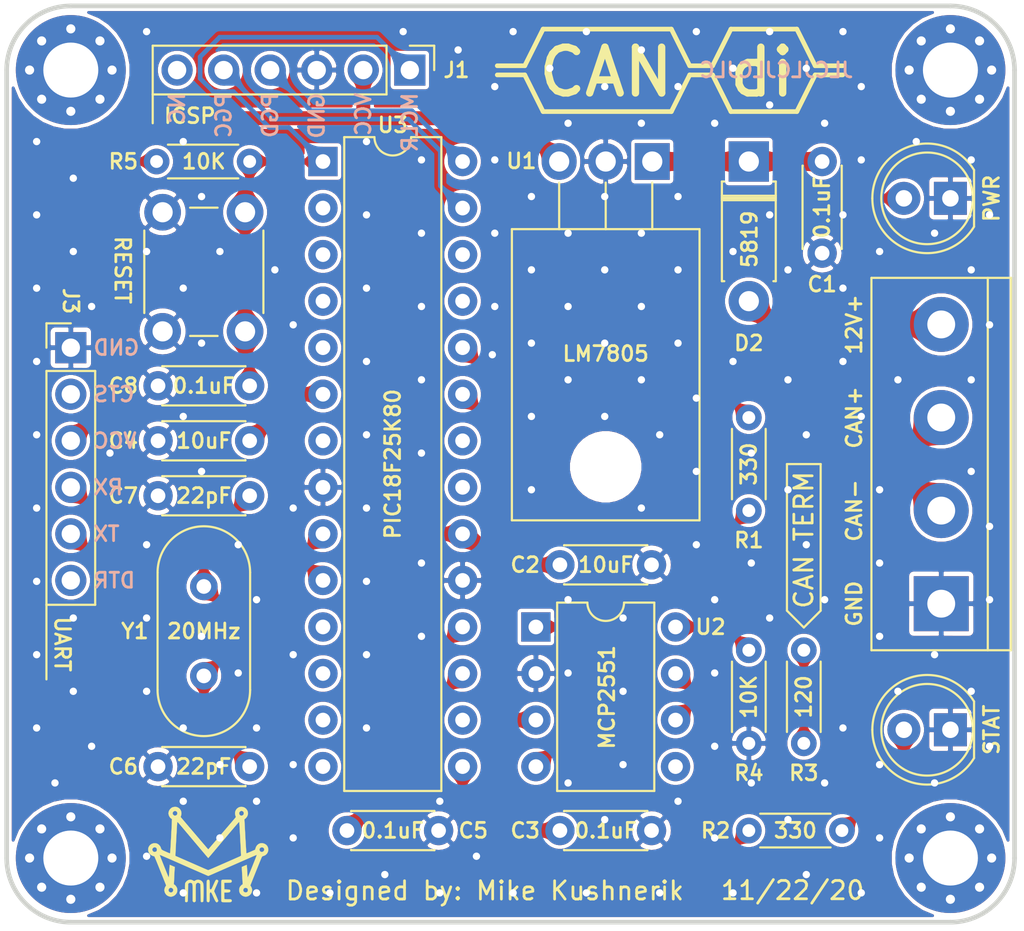
<source format=kicad_pcb>
(kicad_pcb (version 20171130) (host pcbnew "(5.1.5)-3")
  (title_block (title "CANdi 2 - Controller Area Network Development Interface") (date 2020-11-23) (rev 1A) (company MKEngineering) (comment 4 "Author: Mike Kushnerik"))
  (layers (0 F.Cu signal) (31 B.Cu signal) (34 B.Paste user) (35 F.Paste user) (36 B.SilkS user hide) (37 F.SilkS user) (38 B.Mask user) (39 F.Mask user) (44 Edge.Cuts user))
  (net 0 "")
  (net 1 GND)
  (net 2 +12V)
  (net 3 +5V)
  (net 4 OSC_-)
  (net 5 OSC_+)
  (net 6 PGC)
  (net 7 PGD)
  (net 8 ~MCLR)
  (net 9 CAN-)
  (net 10 CAN+)
  (net 11 CAN_RXD)
  (net 12 "Net-(U2-Pad5)")
  (net 13 CAN_TXD)
  (net 14 "Net-(U3-Pad14)")
  (net 15 "Net-(U3-Pad13)")
  (net 16 "Net-(U3-Pad26)")
  (net 17 "Net-(U3-Pad12)")
  (net 18 "Net-(U3-Pad25)")
  (net 19 "Net-(U3-Pad11)")
  (net 20 "Net-(U3-Pad22)")
  (net 21 "Net-(U3-Pad21)")
  (net 22 "Net-(U3-Pad7)")
  (net 23 "Net-(U3-Pad5)")
  (net 24 "Net-(U3-Pad4)")
  (net 25 "Net-(U3-Pad3)")
  (net 26 "Net-(U3-Pad16)")
  (net 27 "Net-(U3-Pad2)")
  (net 28 "Net-(D1-Pad2)")
  (net 29 USART1_TX)
  (net 30 USART1_RX)
  (net 31 "Net-(J3-Pad6)")
  (net 32 VCAP)
  (net 33 "Net-(D2-Pad2)")
  (net 34 "Net-(D3-Pad2)")
  (net 35 LED_STAT)
  (net 36 "Net-(J1-Pad6)")
  (net 37 "Net-(J3-Pad2)")
  (net 38 "Net-(R4-Pad1)")
  (module CANdi_2:mke_small (layer F.Cu) (at 83.5 122.25)
    (fp_text reference G*** hide)
    (fp_text value LOGO hide)
  )
  (module Resistor_THT:R_Axial_DIN0204_L3.6mm_D1.6mm_P5.08mm_Horizontal (layer F.Cu) (at 118.08 120 180)
    (fp_text reference R2 (at 6 0) (layer F.SilkS) (effects (font (size 0.8128 0.8128) (thickness 0.1524)) (justify right)))
    (fp_text value 330 (at 2.54 0) (layer F.SilkS) (effects (font (size 0.8128 0.8128) (thickness 0.1524))))
    (pad 2 thru_hole oval (at 5.08 0 180) (size 1.4 1.4) (drill 0.7) (layers *.Cu *.Mask) (net 35 LED_STAT))
    (pad 1 thru_hole circle (at 0 0 180) (size 1.4 1.4) (drill 0.7) (layers *.Cu *.Mask) (net 34 "Net-(D3-Pad2)"))
  )
  (module Resistor_THT:R_Axial_DIN0204_L3.6mm_D1.6mm_P5.08mm_Horizontal (layer F.Cu) (at 113 97.46 270)
    (fp_text reference R1 (at 6.7 0 180) (layer F.SilkS) (effects (font (size 0.8128 0.8128) (thickness 0.1524))))
    (fp_text value 330 (at 2.54 0 90) (layer F.SilkS) (effects (font (size 0.8128 0.8128) (thickness 0.1524))))
    (pad 2 thru_hole oval (at 5.08 0 270) (size 1.4 1.4) (drill 0.7) (layers *.Cu *.Mask) (net 3 +5V))
    (pad 1 thru_hole circle (at 0 0 270) (size 1.4 1.4) (drill 0.7) (layers *.Cu *.Mask) (net 28 "Net-(D1-Pad2)"))
  )
  (module LED_THT:LED_D5.0mm (layer F.Cu) (at 124 114.5 180)
    (fp_text reference D3 hide)
    (fp_text value STAT (at -2.25 0 90) (layer F.SilkS) (effects (font (size 0.8128 0.8128) (thickness 0.1524))))
    (pad 2 thru_hole circle (at 2.54 0 180) (size 1.8 1.8) (drill 0.9) (layers *.Cu *.Mask) (net 34 "Net-(D3-Pad2)"))
    (pad 1 thru_hole rect (at 0 0 180) (size 1.8 1.8) (drill 0.9) (layers *.Cu *.Mask) (net 1 GND))
  )
  (module LED_THT:LED_D5.0mm (layer F.Cu) (at 124 85.5 180)
    (fp_text reference D1 hide)
    (fp_text value PWR (at -2.25 0 90) (layer F.SilkS) (effects (font (size 0.8128 0.8128) (thickness 0.1524))))
    (pad 2 thru_hole circle (at 2.54 0 180) (size 1.8 1.8) (drill 0.9) (layers *.Cu *.Mask) (net 28 "Net-(D1-Pad2)"))
    (pad 1 thru_hole rect (at 0 0 180) (size 1.8 1.8) (drill 0.9) (layers *.Cu *.Mask) (net 1 GND))
  )
  (module Capacitor_THT:C_Disc_D4.3mm_W1.9mm_P5.00mm (layer F.Cu) (at 85.76 98.73 180)
    (fp_text reference C4 (at 6 0) (layer F.SilkS) (effects (font (size 0.8128 0.8128) (thickness 0.1524)) (justify right)))
    (fp_text value 10uF (at 2.5 0) (layer F.SilkS) (effects (font (size 0.8128 0.8128) (thickness 0.1524))))
    (pad 2 thru_hole circle (at 5 0 180) (size 1.6 1.6) (drill 0.8) (layers *.Cu *.Mask) (net 1 GND))
    (pad 1 thru_hole circle (at 0 0 180) (size 1.6 1.6) (drill 0.8) (layers *.Cu *.Mask) (net 32 VCAP))
  )
  (module Diode_THT:D_DO-41_SOD81_P7.62mm_Horizontal (layer F.Cu) (at 113 83.49 270)
    (fp_text reference D2 (at 9.91 0 180) (layer F.SilkS) (effects (font (size 0.8128 0.8128) (thickness 0.1524))))
    (fp_text value 5819 (at 4.2416 -0.038 90) (layer F.SilkS) (effects (font (size 0.8128 0.8128) (thickness 0.1524))))
    (pad 2 thru_hole oval (at 7.62 0 270) (size 2.2 2.2) (drill 1.1) (layers *.Cu *.Mask) (net 33 "Net-(D2-Pad2)"))
    (pad 1 thru_hole rect (at 0 0 270) (size 2.2 2.2) (drill 1.1) (layers *.Cu *.Mask) (net 2 +12V))
  )
  (module Capacitor_THT:C_Disc_D4.3mm_W1.9mm_P5.00mm (layer F.Cu) (at 102.69 105.5)
    (fp_text reference C2 (at -1 0) (layer F.SilkS) (effects (font (size 0.8128 0.8128) (thickness 0.1524)) (justify right)))
    (fp_text value 10uF (at 2.5 0) (layer F.SilkS) (effects (font (size 0.8128 0.8128) (thickness 0.1524))))
    (pad 2 thru_hole circle (at 5 0) (size 1.6 1.6) (drill 0.8) (layers *.Cu *.Mask) (net 1 GND))
    (pad 1 thru_hole circle (at 0 0) (size 1.6 1.6) (drill 0.8) (layers *.Cu *.Mask) (net 3 +5V))
  )
  (module Crystal:Crystal_HC49-4H_Vertical (layer F.Cu) (at 83.26 106.68 270)
    (fp_text reference Y1 (at 2.44 3.76 180) (layer F.SilkS) (effects (font (size 0.8128 0.8128) (thickness 0.1524))))
    (fp_text value 20MHz (at 2.44 0 180) (layer F.SilkS) (effects (font (size 0.8128 0.8128) (thickness 0.1524))))
    (pad 2 thru_hole circle (at 4.88 0 270) (size 1.5 1.5) (drill 0.8) (layers *.Cu *.Mask) (net 4 OSC_-))
    (pad 1 thru_hole circle (at 0 0 270) (size 1.5 1.5) (drill 0.8) (layers *.Cu *.Mask) (net 5 OSC_+))
  )
  (module Resistor_THT:R_Axial_DIN0204_L3.6mm_D1.6mm_P5.08mm_Horizontal (layer F.Cu) (at 80.68 83.49)
    (fp_text reference R5 (at -0.92 0) (layer F.SilkS) (effects (font (size 0.8128 0.8128) (thickness 0.1524)) (justify right)))
    (fp_text value 10K (at 2.58 0) (layer F.SilkS) (effects (font (size 0.8128 0.8128) (thickness 0.1524))))
    (pad 2 thru_hole oval (at 5.08 0) (size 1.4 1.4) (drill 0.7) (layers *.Cu *.Mask) (net 8 ~MCLR))
    (pad 1 thru_hole circle (at 0 0) (size 1.4 1.4) (drill 0.7) (layers *.Cu *.Mask) (net 3 +5V))
  )
  (module Resistor_THT:R_Axial_DIN0204_L3.6mm_D1.6mm_P5.08mm_Horizontal (layer F.Cu) (at 113 110.16 270)
    (fp_text reference R4 (at 6.7 0 180) (layer F.SilkS) (effects (font (size 0.8128 0.8128) (thickness 0.1524))))
    (fp_text value 10K (at 2.54 0 90) (layer F.SilkS) (effects (font (size 0.8128 0.8128) (thickness 0.1524))))
    (pad 2 thru_hole oval (at 5.08 0 270) (size 1.4 1.4) (drill 0.7) (layers *.Cu *.Mask) (net 1 GND))
    (pad 1 thru_hole circle (at 0 0 270) (size 1.4 1.4) (drill 0.7) (layers *.Cu *.Mask) (net 38 "Net-(R4-Pad1)"))
  )
  (module Resistor_THT:R_Axial_DIN0204_L3.6mm_D1.6mm_P5.08mm_Horizontal (layer F.Cu) (at 116 110.16 270)
    (fp_text reference R3 (at 6.7 0 180) (layer F.SilkS) (effects (font (size 0.8128 0.8128) (thickness 0.1524))))
    (fp_text value 120 (at 2.54 0 90) (layer F.SilkS) (effects (font (size 0.8128 0.8128) (thickness 0.1524))))
    (pad 2 thru_hole oval (at 5.08 0 270) (size 1.4 1.4) (drill 0.7) (layers *.Cu *.Mask) (net 9 CAN-))
    (pad 1 thru_hole circle (at 0 0 270) (size 1.4 1.4) (drill 0.7) (layers *.Cu *.Mask) (net 10 CAN+))
  )
  (module Package_DIP:DIP-28_W7.62mm (layer F.Cu) (at 89.76 83.49)
    (fp_text reference U3 (at 3.81 -1.99) (layer F.SilkS) (effects (font (size 0.8128 0.8128) (thickness 0.1524))))
    (fp_text value PIC18F25K80 (at 3.81 16.51 90) (layer F.SilkS) (effects (font (size 0.8128 0.8128) (thickness 0.1524))))
    (pad 28 thru_hole oval (at 7.62 0) (size 1.6 1.6) (drill 0.8) (layers *.Cu *.Mask) (net 7 PGD))
    (pad 14 thru_hole oval (at 0 33.02) (size 1.6 1.6) (drill 0.8) (layers *.Cu *.Mask) (net 14 "Net-(U3-Pad14)"))
    (pad 27 thru_hole oval (at 7.62 2.54) (size 1.6 1.6) (drill 0.8) (layers *.Cu *.Mask) (net 6 PGC))
    (pad 13 thru_hole oval (at 0 30.48) (size 1.6 1.6) (drill 0.8) (layers *.Cu *.Mask) (net 15 "Net-(U3-Pad13)"))
    (pad 26 thru_hole oval (at 7.62 5.08) (size 1.6 1.6) (drill 0.8) (layers *.Cu *.Mask) (net 16 "Net-(U3-Pad26)"))
    (pad 12 thru_hole oval (at 0 27.94) (size 1.6 1.6) (drill 0.8) (layers *.Cu *.Mask) (net 17 "Net-(U3-Pad12)"))
    (pad 25 thru_hole oval (at 7.62 7.62) (size 1.6 1.6) (drill 0.8) (layers *.Cu *.Mask) (net 18 "Net-(U3-Pad25)"))
    (pad 11 thru_hole oval (at 0 25.4) (size 1.6 1.6) (drill 0.8) (layers *.Cu *.Mask) (net 19 "Net-(U3-Pad11)"))
    (pad 24 thru_hole oval (at 7.62 10.16) (size 1.6 1.6) (drill 0.8) (layers *.Cu *.Mask) (net 11 CAN_RXD))
    (pad 10 thru_hole oval (at 0 22.86) (size 1.6 1.6) (drill 0.8) (layers *.Cu *.Mask) (net 4 OSC_-))
    (pad 23 thru_hole oval (at 7.62 12.7) (size 1.6 1.6) (drill 0.8) (layers *.Cu *.Mask) (net 13 CAN_TXD))
    (pad 9 thru_hole oval (at 0 20.32) (size 1.6 1.6) (drill 0.8) (layers *.Cu *.Mask) (net 5 OSC_+))
    (pad 22 thru_hole oval (at 7.62 15.24) (size 1.6 1.6) (drill 0.8) (layers *.Cu *.Mask) (net 20 "Net-(U3-Pad22)"))
    (pad 8 thru_hole oval (at 0 17.78) (size 1.6 1.6) (drill 0.8) (layers *.Cu *.Mask) (net 1 GND))
    (pad 21 thru_hole oval (at 7.62 17.78) (size 1.6 1.6) (drill 0.8) (layers *.Cu *.Mask) (net 21 "Net-(U3-Pad21)"))
    (pad 7 thru_hole oval (at 0 15.24) (size 1.6 1.6) (drill 0.8) (layers *.Cu *.Mask) (net 22 "Net-(U3-Pad7)"))
    (pad 20 thru_hole oval (at 7.62 20.32) (size 1.6 1.6) (drill 0.8) (layers *.Cu *.Mask) (net 3 +5V))
    (pad 6 thru_hole oval (at 0 12.7) (size 1.6 1.6) (drill 0.8) (layers *.Cu *.Mask) (net 32 VCAP))
    (pad 19 thru_hole oval (at 7.62 22.86) (size 1.6 1.6) (drill 0.8) (layers *.Cu *.Mask) (net 1 GND))
    (pad 5 thru_hole oval (at 0 10.16) (size 1.6 1.6) (drill 0.8) (layers *.Cu *.Mask) (net 23 "Net-(U3-Pad5)"))
    (pad 18 thru_hole oval (at 7.62 25.4) (size 1.6 1.6) (drill 0.8) (layers *.Cu *.Mask) (net 30 USART1_RX))
    (pad 4 thru_hole oval (at 0 7.62) (size 1.6 1.6) (drill 0.8) (layers *.Cu *.Mask) (net 24 "Net-(U3-Pad4)"))
    (pad 17 thru_hole oval (at 7.62 27.94) (size 1.6 1.6) (drill 0.8) (layers *.Cu *.Mask) (net 29 USART1_TX))
    (pad 3 thru_hole oval (at 0 5.08) (size 1.6 1.6) (drill 0.8) (layers *.Cu *.Mask) (net 25 "Net-(U3-Pad3)"))
    (pad 16 thru_hole oval (at 7.62 30.48) (size 1.6 1.6) (drill 0.8) (layers *.Cu *.Mask) (net 26 "Net-(U3-Pad16)"))
    (pad 2 thru_hole oval (at 0 2.54) (size 1.6 1.6) (drill 0.8) (layers *.Cu *.Mask) (net 27 "Net-(U3-Pad2)"))
    (pad 15 thru_hole oval (at 7.62 33.02) (size 1.6 1.6) (drill 0.8) (layers *.Cu *.Mask) (net 35 LED_STAT))
    (pad 1 thru_hole rect (at 0 0) (size 1.6 1.6) (drill 0.8) (layers *.Cu *.Mask) (net 8 ~MCLR))
  )
  (module Package_DIP:DIP-8_W7.62mm (layer F.Cu) (at 101.38 108.89)
    (fp_text reference U2 (at 8.62 0) (layer F.SilkS) (effects (font (size 0.8128 0.8128) (thickness 0.1524)) (justify left)))
    (fp_text value MCP2551 (at 3.8776 3.8352 90) (layer F.SilkS) (effects (font (size 0.8128 0.8128) (thickness 0.1524))))
    (pad 8 thru_hole oval (at 7.62 0) (size 1.6 1.6) (drill 0.8) (layers *.Cu *.Mask) (net 38 "Net-(R4-Pad1)"))
    (pad 4 thru_hole oval (at 0 7.62) (size 1.6 1.6) (drill 0.8) (layers *.Cu *.Mask) (net 11 CAN_RXD))
    (pad 7 thru_hole oval (at 7.62 2.54) (size 1.6 1.6) (drill 0.8) (layers *.Cu *.Mask) (net 10 CAN+))
    (pad 3 thru_hole oval (at 0 5.08) (size 1.6 1.6) (drill 0.8) (layers *.Cu *.Mask) (net 3 +5V))
    (pad 6 thru_hole oval (at 7.62 5.08) (size 1.6 1.6) (drill 0.8) (layers *.Cu *.Mask) (net 9 CAN-))
    (pad 2 thru_hole oval (at 0 2.54) (size 1.6 1.6) (drill 0.8) (layers *.Cu *.Mask) (net 1 GND))
    (pad 5 thru_hole oval (at 7.62 7.62) (size 1.6 1.6) (drill 0.8) (layers *.Cu *.Mask) (net 12 "Net-(U2-Pad5)"))
    (pad 1 thru_hole rect (at 0 0) (size 1.6 1.6) (drill 0.8) (layers *.Cu *.Mask) (net 13 CAN_TXD))
  )
  (module Package_TO_SOT_THT:TO-220-3_Horizontal_TabDown (layer F.Cu) (at 107.73 83.49 180)
    (fp_text reference U1 (at 6.23 0.0256) (layer F.SilkS) (effects (font (size 0.8128 0.8128) (thickness 0.1524)) (justify right)))
    (fp_text value LM7805 (at 2.54 -10.49) (layer F.SilkS) (effects (font (size 0.8128 0.8128) (thickness 0.1524))))
    (pad 3 thru_hole oval (at 5.08 0 180) (size 1.905 2) (drill 1.1) (layers *.Cu *.Mask) (net 3 +5V))
    (pad 2 thru_hole oval (at 2.54 0 180) (size 1.905 2) (drill 1.1) (layers *.Cu *.Mask) (net 1 GND))
    (pad 1 thru_hole rect (at 0 0 180) (size 1.905 2) (drill 1.1) (layers *.Cu *.Mask) (net 2 +12V))
    (pad "" np_thru_hole oval (at 2.54 -16.66 180) (size 3.5 3.5) (drill 3.5) (layers *.Cu *.Mask))
  )
  (module Capacitor_THT:C_Disc_D4.3mm_W1.9mm_P5.00mm (layer F.Cu) (at 85.76 95.73 180)
    (fp_text reference C8 (at 6 0) (layer F.SilkS) (effects (font (size 0.8128 0.8128) (thickness 0.1524)) (justify right)))
    (fp_text value 0.1uF (at 2.5 0) (layer F.SilkS) (effects (font (size 0.8128 0.8128) (thickness 0.1524))))
    (pad 2 thru_hole circle (at 5 0 180) (size 1.6 1.6) (drill 0.8) (layers *.Cu *.Mask) (net 1 GND))
    (pad 1 thru_hole circle (at 0 0 180) (size 1.6 1.6) (drill 0.8) (layers *.Cu *.Mask) (net 8 ~MCLR))
  )
  (module Capacitor_THT:C_Disc_D4.3mm_W1.9mm_P5.00mm (layer F.Cu) (at 91.07 120)
    (fp_text reference C5 (at 6 0) (layer F.SilkS) (effects (font (size 0.8128 0.8128) (thickness 0.1524)) (justify left)))
    (fp_text value 0.1uF (at 2.5 0) (layer F.SilkS) (effects (font (size 0.8128 0.8128) (thickness 0.1524))))
    (pad 2 thru_hole circle (at 5 0) (size 1.6 1.6) (drill 0.8) (layers *.Cu *.Mask) (net 1 GND))
    (pad 1 thru_hole circle (at 0 0) (size 1.6 1.6) (drill 0.8) (layers *.Cu *.Mask) (net 3 +5V))
  )
  (module Capacitor_THT:C_Disc_D4.3mm_W1.9mm_P5.00mm (layer F.Cu) (at 85.76 101.73 180)
    (fp_text reference C7 (at 6 0) (layer F.SilkS) (effects (font (size 0.8128 0.8128) (thickness 0.1524)) (justify right)))
    (fp_text value 22pF (at 2.5 0) (layer F.SilkS) (effects (font (size 0.8128 0.8128) (thickness 0.1524))))
    (pad 2 thru_hole circle (at 5 0 180) (size 1.6 1.6) (drill 0.8) (layers *.Cu *.Mask) (net 1 GND))
    (pad 1 thru_hole circle (at 0 0 180) (size 1.6 1.6) (drill 0.8) (layers *.Cu *.Mask) (net 5 OSC_+))
  )
  (module Capacitor_THT:C_Disc_D4.3mm_W1.9mm_P5.00mm (layer F.Cu) (at 85.76 116.51 180)
    (fp_text reference C6 (at 6 0) (layer F.SilkS) (effects (font (size 0.8128 0.8128) (thickness 0.1524)) (justify right)))
    (fp_text value 22pF (at 2.5 0) (layer F.SilkS) (effects (font (size 0.8128 0.8128) (thickness 0.1524))))
    (pad 2 thru_hole circle (at 5 0 180) (size 1.6 1.6) (drill 0.8) (layers *.Cu *.Mask) (net 1 GND))
    (pad 1 thru_hole circle (at 0 0 180) (size 1.6 1.6) (drill 0.8) (layers *.Cu *.Mask) (net 4 OSC_-))
  )
  (module Capacitor_THT:C_Disc_D4.3mm_W1.9mm_P5.00mm (layer F.Cu) (at 102.69 120)
    (fp_text reference C3 (at -1 0) (layer F.SilkS) (effects (font (size 0.8128 0.8128) (thickness 0.1524)) (justify right)))
    (fp_text value 0.1uF (at 2.5 0) (layer F.SilkS) (effects (font (size 0.8128 0.8128) (thickness 0.1524))))
    (pad 2 thru_hole circle (at 5 0) (size 1.6 1.6) (drill 0.8) (layers *.Cu *.Mask) (net 1 GND))
    (pad 1 thru_hole circle (at 0 0) (size 1.6 1.6) (drill 0.8) (layers *.Cu *.Mask) (net 3 +5V))
  )
  (module Capacitor_THT:C_Disc_D4.3mm_W1.9mm_P5.00mm (layer F.Cu) (at 117 83.49 270)
    (fp_text reference C1 (at 6.7 0 180) (layer F.SilkS) (effects (font (size 0.8128 0.8128) (thickness 0.1524))))
    (fp_text value 0.1uF (at 2.5 0.0076 90) (layer F.SilkS) (effects (font (size 0.8128 0.8128) (thickness 0.1524))))
    (pad 2 thru_hole circle (at 5 0 270) (size 1.6 1.6) (drill 0.8) (layers *.Cu *.Mask) (net 1 GND))
    (pad 1 thru_hole circle (at 0 0 270) (size 1.6 1.6) (drill 0.8) (layers *.Cu *.Mask) (net 2 +12V))
  )
  (module MountingHole:MountingHole_3mm_Pad_Via (layer F.Cu) (at 76 78.5 90)
    (fp_text reference H4 hide)
    (fp_text value MountingHole)
    (pad 1 thru_hole circle (at 1.59099 -1.59099 90) (size 0.8 0.8) (drill 0.5) (layers *.Cu *.Mask))
    (pad 1 thru_hole circle (at 0 -2.25 90) (size 0.8 0.8) (drill 0.5) (layers *.Cu *.Mask))
    (pad 1 thru_hole circle (at -1.59099 -1.59099 90) (size 0.8 0.8) (drill 0.5) (layers *.Cu *.Mask))
    (pad 1 thru_hole circle (at -2.25 0 90) (size 0.8 0.8) (drill 0.5) (layers *.Cu *.Mask))
    (pad 1 thru_hole circle (at -1.59099 1.59099 90) (size 0.8 0.8) (drill 0.5) (layers *.Cu *.Mask))
    (pad 1 thru_hole circle (at 0 2.25 90) (size 0.8 0.8) (drill 0.5) (layers *.Cu *.Mask))
    (pad 1 thru_hole circle (at 1.59099 1.59099 90) (size 0.8 0.8) (drill 0.5) (layers *.Cu *.Mask))
    (pad 1 thru_hole circle (at 2.25 0 90) (size 0.8 0.8) (drill 0.5) (layers *.Cu *.Mask))
    (pad 1 thru_hole circle (at 0 0 90) (size 6 6) (drill 3) (layers *.Cu *.Mask))
  )
  (module MountingHole:MountingHole_3mm_Pad_Via (layer F.Cu) (at 76 121.5 90)
    (fp_text reference H3 hide)
    (fp_text value MountingHole)
    (pad 1 thru_hole circle (at 1.59099 -1.59099 90) (size 0.8 0.8) (drill 0.5) (layers *.Cu *.Mask))
    (pad 1 thru_hole circle (at 0 -2.25 90) (size 0.8 0.8) (drill 0.5) (layers *.Cu *.Mask))
    (pad 1 thru_hole circle (at -1.59099 -1.59099 90) (size 0.8 0.8) (drill 0.5) (layers *.Cu *.Mask))
    (pad 1 thru_hole circle (at -2.25 0 90) (size 0.8 0.8) (drill 0.5) (layers *.Cu *.Mask))
    (pad 1 thru_hole circle (at -1.59099 1.59099 90) (size 0.8 0.8) (drill 0.5) (layers *.Cu *.Mask))
    (pad 1 thru_hole circle (at 0 2.25 90) (size 0.8 0.8) (drill 0.5) (layers *.Cu *.Mask))
    (pad 1 thru_hole circle (at 1.59099 1.59099 90) (size 0.8 0.8) (drill 0.5) (layers *.Cu *.Mask))
    (pad 1 thru_hole circle (at 2.25 0 90) (size 0.8 0.8) (drill 0.5) (layers *.Cu *.Mask))
    (pad 1 thru_hole circle (at 0 0 90) (size 6 6) (drill 3) (layers *.Cu *.Mask))
  )
  (module MountingHole:MountingHole_3mm_Pad_Via (layer F.Cu) (at 124 78.5 90)
    (fp_text reference H2 hide)
    (fp_text value MountingHole)
    (pad 1 thru_hole circle (at 1.59099 -1.59099 90) (size 0.8 0.8) (drill 0.5) (layers *.Cu *.Mask))
    (pad 1 thru_hole circle (at 0 -2.25 90) (size 0.8 0.8) (drill 0.5) (layers *.Cu *.Mask))
    (pad 1 thru_hole circle (at -1.59099 -1.59099 90) (size 0.8 0.8) (drill 0.5) (layers *.Cu *.Mask))
    (pad 1 thru_hole circle (at -2.25 0 90) (size 0.8 0.8) (drill 0.5) (layers *.Cu *.Mask))
    (pad 1 thru_hole circle (at -1.59099 1.59099 90) (size 0.8 0.8) (drill 0.5) (layers *.Cu *.Mask))
    (pad 1 thru_hole circle (at 0 2.25 90) (size 0.8 0.8) (drill 0.5) (layers *.Cu *.Mask))
    (pad 1 thru_hole circle (at 1.59099 1.59099 90) (size 0.8 0.8) (drill 0.5) (layers *.Cu *.Mask))
    (pad 1 thru_hole circle (at 2.25 0 90) (size 0.8 0.8) (drill 0.5) (layers *.Cu *.Mask))
    (pad 1 thru_hole circle (at 0 0 90) (size 6 6) (drill 3) (layers *.Cu *.Mask))
  )
  (module MountingHole:MountingHole_3mm_Pad_Via (layer F.Cu) (at 124 121.5 90)
    (fp_text reference H1 hide)
    (fp_text value MountingHole)
    (pad 1 thru_hole circle (at 1.59099 -1.59099 90) (size 0.8 0.8) (drill 0.5) (layers *.Cu *.Mask))
    (pad 1 thru_hole circle (at 0 -2.25 90) (size 0.8 0.8) (drill 0.5) (layers *.Cu *.Mask))
    (pad 1 thru_hole circle (at -1.59099 -1.59099 90) (size 0.8 0.8) (drill 0.5) (layers *.Cu *.Mask))
    (pad 1 thru_hole circle (at -2.25 0 90) (size 0.8 0.8) (drill 0.5) (layers *.Cu *.Mask))
    (pad 1 thru_hole circle (at -1.59099 1.59099 90) (size 0.8 0.8) (drill 0.5) (layers *.Cu *.Mask))
    (pad 1 thru_hole circle (at 0 2.25 90) (size 0.8 0.8) (drill 0.5) (layers *.Cu *.Mask))
    (pad 1 thru_hole circle (at 1.59099 1.59099 90) (size 0.8 0.8) (drill 0.5) (layers *.Cu *.Mask))
    (pad 1 thru_hole circle (at 2.25 0 90) (size 0.8 0.8) (drill 0.5) (layers *.Cu *.Mask))
    (pad 1 thru_hole circle (at 0 0 90) (size 6 6) (drill 3) (layers *.Cu *.Mask))
  )
  (module Connector_PinHeader_2.54mm:PinHeader_1x06_P2.54mm_Vertical (layer F.Cu) (at 76 93.65)
    (fp_text reference J3 (at 0 -1.75 270 unlocked) (layer F.SilkS) (effects (font (size 0.8128 0.8128) (thickness 0.1524)) (justify right)))
    (fp_text value UART (at -0.4604 16.1796 270 unlocked) (layer F.SilkS) (effects (font (size 0.8128 0.8128) (thickness 0.1524))))
    (pad 6 thru_hole oval (at 0 12.7) (size 1.7 1.7) (drill 1) (layers *.Cu *.Mask) (net 31 "Net-(J3-Pad6)"))
    (pad 5 thru_hole oval (at 0 10.16) (size 1.7 1.7) (drill 1) (layers *.Cu *.Mask) (net 29 USART1_TX))
    (pad 4 thru_hole oval (at 0 7.62) (size 1.7 1.7) (drill 1) (layers *.Cu *.Mask) (net 30 USART1_RX))
    (pad 3 thru_hole oval (at 0 5.08) (size 1.7 1.7) (drill 1) (layers *.Cu *.Mask) (net 3 +5V))
    (pad 2 thru_hole oval (at 0 2.54) (size 1.7 1.7) (drill 1) (layers *.Cu *.Mask) (net 37 "Net-(J3-Pad2)"))
    (pad 1 thru_hole rect (at 0 0) (size 1.7 1.7) (drill 1) (layers *.Cu *.Mask) (net 1 GND))
  )
  (module TerminalBlock:TerminalBlock_bornier-4_P5.08mm (layer F.Cu) (at 123.5 107.62 90)
    (fp_text reference J2 hide)
    (fp_text value INPUT)
    (pad 4 thru_hole circle (at 15.24 0 90) (size 3 3) (drill 1.52) (layers *.Cu *.Mask) (net 33 "Net-(D2-Pad2)"))
    (pad 1 thru_hole rect (at 0 0 90) (size 3 3) (drill 1.52) (layers *.Cu *.Mask) (net 1 GND))
    (pad 3 thru_hole circle (at 10.16 0 90) (size 3 3) (drill 1.52) (layers *.Cu *.Mask) (net 10 CAN+))
    (pad 2 thru_hole circle (at 5.08 0 90) (size 3 3) (drill 1.52) (layers *.Cu *.Mask) (net 9 CAN-))
  )
  (module Button_Switch_THT:SW_PUSH_6mm (layer F.Cu) (at 85.51 86.2584 270)
    (fp_text reference SW1 hide)
    (fp_text value RESET (at 3.1496 6.685 270 unlocked) (layer F.SilkS) (effects (font (size 0.8128 0.8128) (thickness 0.1524))))
    (pad 1 thru_hole circle (at 6.5 0) (size 2 2) (drill 1.1) (layers *.Cu *.Mask) (net 8 ~MCLR))
    (pad 2 thru_hole circle (at 6.5 4.5) (size 2 2) (drill 1.1) (layers *.Cu *.Mask) (net 1 GND))
    (pad 1 thru_hole circle (at 0 0) (size 2 2) (drill 1.1) (layers *.Cu *.Mask) (net 8 ~MCLR))
    (pad 2 thru_hole circle (at 0 4.5) (size 2 2) (drill 1.1) (layers *.Cu *.Mask) (net 1 GND))
  )
  (module Connector_PinHeader_2.54mm:PinHeader_1x06_P2.54mm_Vertical (layer F.Cu) (at 94.5 78.5 270)
    (fp_text reference J1 (at 0 -1.75 180) (layer F.SilkS) (effects (font (size 0.8128 0.8128) (thickness 0.1524)) (justify left)))
    (fp_text value ICSP (at 2.5 13.5 180) (layer F.SilkS) (effects (font (size 0.8128 0.8128) (thickness 0.1524)) (justify left)))
    (pad 6 thru_hole oval (at 0 12.7 270) (size 1.7 1.7) (drill 1) (layers *.Cu *.Mask) (net 36 "Net-(J1-Pad6)"))
    (pad 5 thru_hole oval (at 0 10.16 270) (size 1.7 1.7) (drill 1) (layers *.Cu *.Mask) (net 6 PGC))
    (pad 4 thru_hole oval (at 0 7.62 270) (size 1.7 1.7) (drill 1) (layers *.Cu *.Mask) (net 7 PGD))
    (pad 3 thru_hole oval (at 0 5.08 270) (size 1.7 1.7) (drill 1) (layers *.Cu *.Mask) (net 1 GND))
    (pad 2 thru_hole oval (at 0 2.54 270) (size 1.7 1.7) (drill 1) (layers *.Cu *.Mask) (net 3 +5V))
    (pad 1 thru_hole rect (at 0 0 270) (size 1.7 1.7) (drill 1) (layers *.Cu *.Mask) (net 8 ~MCLR))
  )
  (gr_text MCLR (at 94.5 79.65 90) (layer B.SilkS) (effects (font (size 0.8128 0.8128) (thickness 0.1524)) (justify left mirror)))
  (gr_text VCC (at 91.96 79.65 90) (layer B.SilkS) (effects (font (size 0.8128 0.8128) (thickness 0.1524)) (justify left mirror)))
  (gr_text GND (at 89.42 79.65 90) (layer B.SilkS) (effects (font (size 0.8128 0.8128) (thickness 0.1524)) (justify left mirror)))
  (gr_text PGD (at 86.88 79.65 90) (layer B.SilkS) (effects (font (size 0.8128 0.8128) (thickness 0.1524)) (justify left mirror)))
  (gr_text PGC (at 84.34 79.65 90) (layer B.SilkS) (effects (font (size 0.8128 0.8128) (thickness 0.1524)) (justify left mirror)))
  (gr_text NC (at 81.8 79.65 90) (layer B.SilkS) (effects (font (size 0.8128 0.8128) (thickness 0.1524)) (justify left mirror)))
  (gr_text GND (at 77.15 93.65) (layer B.SilkS) (effects (font (size 0.8128 0.8128) (thickness 0.1524)) (justify right mirror)))
  (gr_text RX (at 77.15 101.27) (layer B.SilkS) (effects (font (size 0.8128 0.8128) (thickness 0.1524)) (justify right mirror)))
  (gr_text CTS (at 77.15 96.19) (layer B.SilkS) (effects (font (size 0.8128 0.8128) (thickness 0.1524)) (justify right mirror)))
  (gr_text VCC (at 77.15 98.73) (layer B.SilkS) (effects (font (size 0.8128 0.8128) (thickness 0.1524)) (justify right mirror)))
  (gr_text TX (at 77.15 103.81) (layer B.SilkS) (effects (font (size 0.8128 0.8128) (thickness 0.1524)) (justify right mirror)))
  (gr_text DTR (at 77.15 106.35) (layer B.SilkS) (effects (font (size 0.8128 0.8128) (thickness 0.1524)) (justify right mirror)))
  (gr_text JLCJLCJLCJLC (at 114.5 78.5) (layer B.SilkS) (effects (font (size 0.8128 0.8128) (thickness 0.1524)) (justify mirror)))
  (gr_line (start 116 108.92) (end 116.92 108) (layer F.SilkS) (width 0.12))
  (gr_line (start 115.08 108) (end 116 108.92) (layer F.SilkS) (width 0.12))
  (gr_line (start 115.08 100) (end 116.92 100) (layer F.SilkS) (width 0.12))
  (gr_line (start 116.92 108) (end 116.92 100) (layer F.SilkS) (width 0.12))
  (gr_line (start 115.08 108) (end 115.08 100) (layer F.SilkS) (width 0.12))
  (gr_text "CAN TERM" (at 116 104.14 90) (layer F.SilkS) (effects (font (size 1 1))))
  (gr_line (start 80.47 79.83) (end 80.47 81.4) (layer F.SilkS) (width 0.12))
  (gr_line (start 74.67 107.68) (end 74.67 111.75) (layer F.SilkS) (width 0.12))
  (gr_text "Designed by: Mike Kushnerik" (at 87.6362 123.2836) (layer F.SilkS) (effects (font (size 1 1)) (justify left)))
  (gr_text 11/22/20 (at 115.3857 123.2676) (layer F.SilkS) (effects (font (size 1 1))))
  (gr_text GND (at 118.75 107.62 90) (layer F.SilkS) (effects (font (size 0.8128 0.8128) (thickness 0.1524))))
  (gr_text 12V+ (at 118.75 92.38 90) (layer F.SilkS) (effects (font (size 0.8128 0.8128) (thickness 0.1524))))
  (gr_text CAN- (at 118.75 102.54 90) (layer F.SilkS) (effects (font (size 0.8128 0.8128) (thickness 0.1524))))
  (gr_text CAN+ (at 118.75 97.46 90) (layer F.SilkS) (effects (font (size 0.8128 0.8128) (thickness 0.1524))))
  (gr_arc (start 124 121.5) (end 124 125) (angle -90) (layer Edge.Cuts) (width 0.254))
  (gr_arc (start 124 78.5) (end 127.5 78.5) (angle -90) (layer Edge.Cuts) (width 0.254))
  (gr_arc (start 76 121.5) (end 72.5 121.5) (angle -90) (layer Edge.Cuts) (width 0.254))
  (gr_arc (start 76 78.5) (end 76 75) (angle -90) (layer Edge.Cuts) (width 0.254))
  (gr_line (start 127.5 121.5) (end 127.5 78.5) (layer Edge.Cuts) (width 0.254))
  (gr_line (start 99.2721 78.7642) (end 100.7721 78.7642) (layer F.SilkS) (width 0.254))
  (gr_line (start 111.0221 78.7642) (end 112.0221 80.7642) (layer F.SilkS) (width 0.254))
  (gr_line (start 100.7721 78.7642) (end 101.7721 80.7642) (layer F.SilkS) (width 0.254))
  (gr_line (start 112.0221 80.7642) (end 115.6208 80.7642) (layer F.SilkS) (width 0.254))
  (gr_line (start 108.7721 80.7642) (end 109.7721 78.7642) (layer F.SilkS) (width 0.254))
  (gr_line (start 101.7721 76.2642) (end 108.7721 76.2642) (layer F.SilkS) (width 0.254))
  (gr_line (start 101.7721 80.7642) (end 108.7721 80.7642) (layer F.SilkS) (width 0.254))
  (gr_line (start 112.0221 76.2642) (end 115.6208 76.2642) (layer F.SilkS) (width 0.254))
  (gr_line (start 109.7721 78.7642) (end 111.0221 78.7642) (layer F.SilkS) (width 0.254))
  (gr_line (start 99.2721 78.2642) (end 100.7721 78.2642) (layer F.SilkS) (width 0.254))
  (gr_line (start 111.0221 78.2642) (end 112.0221 76.2642) (layer F.SilkS) (width 0.254))
  (gr_text di (at 113.7158 78.6142) (layer F.SilkS) (effects (font (size 2.5 2.5) (thickness 0.4))))
  (gr_text CAN (at 105.2068 78.6142) (layer F.SilkS) (effects (font (size 2.5 2.5) (thickness 0.4))))
  (gr_line (start 100.7721 78.2642) (end 101.7721 76.2642) (layer F.SilkS) (width 0.254))
  (gr_line (start 108.7721 76.2642) (end 109.7721 78.2642) (layer F.SilkS) (width 0.254))
  (gr_line (start 109.7721 78.2642) (end 111.0221 78.2642) (layer F.SilkS) (width 0.254))
  (gr_line (start 116.6208 78.7642) (end 118.1208 78.7642) (layer F.SilkS) (width 0.254))
  (gr_line (start 115.6208 80.7642) (end 116.6208 78.7642) (layer F.SilkS) (width 0.254))
  (gr_line (start 116.6208 78.2642) (end 118.1208 78.2642) (layer F.SilkS) (width 0.254))
  (gr_line (start 115.6208 76.2642) (end 116.6208 78.2642) (layer F.SilkS) (width 0.254))
  (gr_line (start 76 75) (end 124 75) (layer Edge.Cuts) (width 0.254))
  (gr_line (start 72.5 121.5) (end 72.5 78.5) (layer Edge.Cuts) (width 0.254))
  (gr_line (start 76 125) (end 124 125) (layer Edge.Cuts) (width 0.254))
  (via (at 99.0024 94.03239) (size 0.8) (drill 0.4) (layers F.Cu B.Cu) (net 1))
  (via (at 74.136 82.40119) (size 0.8) (drill 0.4) (layers F.Cu B.Cu) (net 1))
  (via (at 74.136 86.40119) (size 0.8) (drill 0.4) (layers F.Cu B.Cu) (net 1))
  (via (at 74.136 90.40119) (size 0.8) (drill 0.4) (layers F.Cu B.Cu) (net 1))
  (via (at 74.136 94.40119) (size 0.8) (drill 0.4) (layers F.Cu B.Cu) (net 1))
  (via (at 74.136 98.40119) (size 0.8) (drill 0.4) (layers F.Cu B.Cu) (net 1))
  (via (at 74.136 102.40119) (size 0.8) (drill 0.4) (layers F.Cu B.Cu) (net 1))
  (via (at 74.136 106.40119) (size 0.8) (drill 0.4) (layers F.Cu B.Cu) (net 1))
  (via (at 74.136 110.40119) (size 0.8) (drill 0.4) (layers F.Cu B.Cu) (net 1))
  (via (at 74.136 114.40119) (size 0.8) (drill 0.4) (layers F.Cu B.Cu) (net 1))
  (via (at 75.136 117.40119) (size 0.8) (drill 0.4) (layers F.Cu B.Cu) (net 1))
  (via (at 76.136 84.40119) (size 0.8) (drill 0.4) (layers F.Cu B.Cu) (net 1))
  (via (at 76.136 88.40119) (size 0.8) (drill 0.4) (layers F.Cu B.Cu) (net 1))
  (via (at 76.136 108.40119) (size 0.8) (drill 0.4) (layers F.Cu B.Cu) (net 1))
  (via (at 76.136 112.40119) (size 0.8) (drill 0.4) (layers F.Cu B.Cu) (net 1))
  (via (at 77.136 91.40119) (size 0.8) (drill 0.4) (layers F.Cu B.Cu) (net 1))
  (via (at 77.136 115.40119) (size 0.8) (drill 0.4) (layers F.Cu B.Cu) (net 1))
  (via (at 78.136 99.40119) (size 0.8) (drill 0.4) (layers F.Cu B.Cu) (net 1))
  (via (at 80.136 76.40119) (size 0.8) (drill 0.4) (layers F.Cu B.Cu) (net 1))
  (via (at 80.136 88.40119) (size 0.8) (drill 0.4) (layers F.Cu B.Cu) (net 1))
  (via (at 80.136 104.40119) (size 0.8) (drill 0.4) (layers F.Cu B.Cu) (net 1))
  (via (at 80.136 108.40119) (size 0.8) (drill 0.4) (layers F.Cu B.Cu) (net 1))
  (via (at 80.136 112.40119) (size 0.8) (drill 0.4) (layers F.Cu B.Cu) (net 1))
  (via (at 80.136 121.40119) (size 0.8) (drill 0.4) (layers F.Cu B.Cu) (net 1))
  (via (at 82.136 82.40119) (size 0.8) (drill 0.4) (layers F.Cu B.Cu) (net 1))
  (via (at 82.136 90.40119) (size 0.8) (drill 0.4) (layers F.Cu B.Cu) (net 1))
  (via (at 82.136 97.40119) (size 0.8) (drill 0.4) (layers F.Cu B.Cu) (net 1))
  (via (at 82.136 114.40119) (size 0.8) (drill 0.4) (layers F.Cu B.Cu) (net 1))
  (via (at 82.136 118.40119) (size 0.8) (drill 0.4) (layers F.Cu B.Cu) (net 1))
  (via (at 82.136 123.40119) (size 0.8) (drill 0.4) (layers F.Cu B.Cu) (net 1))
  (via (at 83.136 85.40119) (size 0.8) (drill 0.4) (layers F.Cu B.Cu) (net 1))
  (via (at 83.136 93.40119) (size 0.8) (drill 0.4) (layers F.Cu B.Cu) (net 1))
  (via (at 83.136 100.40119) (size 0.8) (drill 0.4) (layers F.Cu B.Cu) (net 1))
  (via (at 83.136 109.40119) (size 0.8) (drill 0.4) (layers F.Cu B.Cu) (net 1))
  (via (at 84.136 88.40119) (size 0.8) (drill 0.4) (layers F.Cu B.Cu) (net 1))
  (via (at 84.136 116.40119) (size 0.8) (drill 0.4) (layers F.Cu B.Cu) (net 1))
  (via (at 84.136 120.40119) (size 0.8) (drill 0.4) (layers F.Cu B.Cu) (net 1))
  (via (at 85.136 104.40119) (size 0.8) (drill 0.4) (layers F.Cu B.Cu) (net 1))
  (via (at 85.136 111.40119) (size 0.8) (drill 0.4) (layers F.Cu B.Cu) (net 1))
  (via (at 86.136 107.40119) (size 0.8) (drill 0.4) (layers F.Cu B.Cu) (net 1))
  (via (at 86.136 114.40119) (size 0.8) (drill 0.4) (layers F.Cu B.Cu) (net 1))
  (via (at 86.136 118.40119) (size 0.8) (drill 0.4) (layers F.Cu B.Cu) (net 1))
  (via (at 86.136 123.40119) (size 0.8) (drill 0.4) (layers F.Cu B.Cu) (net 1))
  (via (at 87.136 89.40119) (size 0.8) (drill 0.4) (layers F.Cu B.Cu) (net 1))
  (via (at 88.136 92.40119) (size 0.8) (drill 0.4) (layers F.Cu B.Cu) (net 1))
  (via (at 88.136 102.40119) (size 0.8) (drill 0.4) (layers F.Cu B.Cu) (net 1))
  (via (at 88.136 110.40119) (size 0.8) (drill 0.4) (layers F.Cu B.Cu) (net 1))
  (via (at 88.136 116.40119) (size 0.8) (drill 0.4) (layers F.Cu B.Cu) (net 1))
  (via (at 88.136 120.40119) (size 0.8) (drill 0.4) (layers F.Cu B.Cu) (net 1))
  (via (at 90.136 123.40119) (size 0.8) (drill 0.4) (layers F.Cu B.Cu) (net 1))
  (via (at 92.136 82.40119) (size 0.8) (drill 0.4) (layers F.Cu B.Cu) (net 1))
  (via (at 92.136 86.40119) (size 0.8) (drill 0.4) (layers F.Cu B.Cu) (net 1))
  (via (at 92.136 90.40119) (size 0.8) (drill 0.4) (layers F.Cu B.Cu) (net 1))
  (via (at 92.136 94.40119) (size 0.8) (drill 0.4) (layers F.Cu B.Cu) (net 1))
  (via (at 92.136 98.40119) (size 0.8) (drill 0.4) (layers F.Cu B.Cu) (net 1))
  (via (at 92.136 102.40119) (size 0.8) (drill 0.4) (layers F.Cu B.Cu) (net 1))
  (via (at 92.136 106.40119) (size 0.8) (drill 0.4) (layers F.Cu B.Cu) (net 1))
  (via (at 92.136 110.40119) (size 0.8) (drill 0.4) (layers F.Cu B.Cu) (net 1))
  (via (at 92.136 114.40119) (size 0.8) (drill 0.4) (layers F.Cu B.Cu) (net 1))
  (via (at 93.136 122.40119) (size 0.8) (drill 0.4) (layers F.Cu B.Cu) (net 1))
  (via (at 94.136 76.40119) (size 0.8) (drill 0.4) (layers F.Cu B.Cu) (net 1))
  (via (at 95.136 83.40119) (size 0.8) (drill 0.4) (layers F.Cu B.Cu) (net 1))
  (via (at 95.136 87.40119) (size 0.8) (drill 0.4) (layers F.Cu B.Cu) (net 1))
  (via (at 95.136 91.40119) (size 0.8) (drill 0.4) (layers F.Cu B.Cu) (net 1))
  (via (at 95.136 95.40119) (size 0.8) (drill 0.4) (layers F.Cu B.Cu) (net 1))
  (via (at 95.136 99.40119) (size 0.8) (drill 0.4) (layers F.Cu B.Cu) (net 1))
  (via (at 95.136 105.40119) (size 0.8) (drill 0.4) (layers F.Cu B.Cu) (net 1))
  (via (at 95.136 109.40119) (size 0.8) (drill 0.4) (layers F.Cu B.Cu) (net 1))
  (via (at 96.136 118.40119) (size 0.8) (drill 0.4) (layers F.Cu B.Cu) (net 1))
  (via (at 96.136 123.40119) (size 0.8) (drill 0.4) (layers F.Cu B.Cu) (net 1))
  (via (at 97.136 77.40119) (size 0.8) (drill 0.4) (layers F.Cu B.Cu) (net 1))
  (via (at 98.136 121.40119) (size 0.8) (drill 0.4) (layers F.Cu B.Cu) (net 1))
  (via (at 99.136 79.40119) (size 0.8) (drill 0.4) (layers F.Cu B.Cu) (net 1))
  (via (at 99.136 83.40119) (size 0.8) (drill 0.4) (layers F.Cu B.Cu) (net 1))
  (via (at 99.136 87.40119) (size 0.8) (drill 0.4) (layers F.Cu B.Cu) (net 1))
  (via (at 99.136 91.40119) (size 0.8) (drill 0.4) (layers F.Cu B.Cu) (net 1))
  (via (at 100.136 76.40119) (size 0.8) (drill 0.4) (layers F.Cu B.Cu) (net 1))
  (via (at 100.136 123.40119) (size 0.8) (drill 0.4) (layers F.Cu B.Cu) (net 1))
  (via (at 101.136 85.40119) (size 0.8) (drill 0.4) (layers F.Cu B.Cu) (net 1))
  (via (at 101.136 89.40119) (size 0.8) (drill 0.4) (layers F.Cu B.Cu) (net 1))
  (via (at 101.136 93.40119) (size 0.8) (drill 0.4) (layers F.Cu B.Cu) (net 1))
  (via (at 101.136 97.40119) (size 0.8) (drill 0.4) (layers F.Cu B.Cu) (net 1))
  (via (at 101.136 101.40119) (size 0.8) (drill 0.4) (layers F.Cu B.Cu) (net 1))
  (via (at 102.136 78.40119) (size 0.8) (drill 0.4) (layers F.Cu B.Cu) (net 1))
  (via (at 103.136 81.40119) (size 0.8) (drill 0.4) (layers F.Cu B.Cu) (net 1))
  (via (at 103.136 87.40119) (size 0.8) (drill 0.4) (layers F.Cu B.Cu) (net 1))
  (via (at 103.136 91.40119) (size 0.8) (drill 0.4) (layers F.Cu B.Cu) (net 1))
  (via (at 103.136 95.40119) (size 0.8) (drill 0.4) (layers F.Cu B.Cu) (net 1))
  (via (at 103.136 107.40119) (size 0.8) (drill 0.4) (layers F.Cu B.Cu) (net 1))
  (via (at 103.136 111.40119) (size 0.8) (drill 0.4) (layers F.Cu B.Cu) (net 1))
  (via (at 103.136 117.40119) (size 0.8) (drill 0.4) (layers F.Cu B.Cu) (net 1))
  (via (at 104.136 76.40119) (size 0.8) (drill 0.4) (layers F.Cu B.Cu) (net 1))
  (via (at 104.136 123.40119) (size 0.8) (drill 0.4) (layers F.Cu B.Cu) (net 1))
  (via (at 105.136 79.40119) (size 0.8) (drill 0.4) (layers F.Cu B.Cu) (net 1))
  (via (at 105.136 85.40119) (size 0.8) (drill 0.4) (layers F.Cu B.Cu) (net 1))
  (via (at 105.136 89.40119) (size 0.8) (drill 0.4) (layers F.Cu B.Cu) (net 1))
  (via (at 105.136 93.40119) (size 0.8) (drill 0.4) (layers F.Cu B.Cu) (net 1))
  (via (at 105.136 97.40119) (size 0.8) (drill 0.4) (layers F.Cu B.Cu) (net 1))
  (via (at 105.136 119.40119) (size 0.8) (drill 0.4) (layers F.Cu B.Cu) (net 1))
  (via (at 106.136 108.40119) (size 0.8) (drill 0.4) (layers F.Cu B.Cu) (net 1))
  (via (at 106.136 112.40119) (size 0.8) (drill 0.4) (layers F.Cu B.Cu) (net 1))
  (via (at 106.136 116.40119) (size 0.8) (drill 0.4) (layers F.Cu B.Cu) (net 1))
  (via (at 107.136 77.40119) (size 0.8) (drill 0.4) (layers F.Cu B.Cu) (net 1))
  (via (at 107.136 81.40119) (size 0.8) (drill 0.4) (layers F.Cu B.Cu) (net 1))
  (via (at 107.136 87.40119) (size 0.8) (drill 0.4) (layers F.Cu B.Cu) (net 1))
  (via (at 107.136 91.40119) (size 0.8) (drill 0.4) (layers F.Cu B.Cu) (net 1))
  (via (at 107.136 95.40119) (size 0.8) (drill 0.4) (layers F.Cu B.Cu) (net 1))
  (via (at 107.136 102.40119) (size 0.8) (drill 0.4) (layers F.Cu B.Cu) (net 1))
  (via (at 108.136 98.40119) (size 0.8) (drill 0.4) (layers F.Cu B.Cu) (net 1))
  (via (at 108.136 123.40119) (size 0.8) (drill 0.4) (layers F.Cu B.Cu) (net 1))
  (via (at 109.136 79.40119) (size 0.8) (drill 0.4) (layers F.Cu B.Cu) (net 1))
  (via (at 109.136 85.40119) (size 0.8) (drill 0.4) (layers F.Cu B.Cu) (net 1))
  (via (at 109.136 89.40119) (size 0.8) (drill 0.4) (layers F.Cu B.Cu) (net 1))
  (via (at 109.136 93.40119) (size 0.8) (drill 0.4) (layers F.Cu B.Cu) (net 1))
  (via (at 109.136 118.40119) (size 0.8) (drill 0.4) (layers F.Cu B.Cu) (net 1))
  (via (at 110.136 76.40119) (size 0.8) (drill 0.4) (layers F.Cu B.Cu) (net 1))
  (via (at 110.136 96.40119) (size 0.8) (drill 0.4) (layers F.Cu B.Cu) (net 1))
  (via (at 110.136 100.40119) (size 0.8) (drill 0.4) (layers F.Cu B.Cu) (net 1))
  (via (at 110.136 104.40119) (size 0.8) (drill 0.4) (layers F.Cu B.Cu) (net 1))
  (via (at 111.136 81.40119) (size 0.8) (drill 0.4) (layers F.Cu B.Cu) (net 1))
  (via (at 111.136 107.40119) (size 0.8) (drill 0.4) (layers F.Cu B.Cu) (net 1))
  (via (at 111.136 111.40119) (size 0.8) (drill 0.4) (layers F.Cu B.Cu) (net 1))
  (via (at 111.136 115.40119) (size 0.8) (drill 0.4) (layers F.Cu B.Cu) (net 1))
  (via (at 111.136 120.40119) (size 0.8) (drill 0.4) (layers F.Cu B.Cu) (net 1))
  (via (at 112.136 78.40119) (size 0.8) (drill 0.4) (layers F.Cu B.Cu) (net 1))
  (via (at 112.136 88.40119) (size 0.8) (drill 0.4) (layers F.Cu B.Cu) (net 1))
  (via (at 112.136 94.40119) (size 0.8) (drill 0.4) (layers F.Cu B.Cu) (net 1))
  (via (at 112.136 123.40119) (size 0.8) (drill 0.4) (layers F.Cu B.Cu) (net 1))
  (via (at 113.136 99.40119) (size 0.8) (drill 0.4) (layers F.Cu B.Cu) (net 1))
  (via (at 113.136 105.40119) (size 0.8) (drill 0.4) (layers F.Cu B.Cu) (net 1))
  (via (at 113.136 117.40119) (size 0.8) (drill 0.4) (layers F.Cu B.Cu) (net 1))
  (via (at 114.136 76.40119) (size 0.8) (drill 0.4) (layers F.Cu B.Cu) (net 1))
  (via (at 114.136 80.40119) (size 0.8) (drill 0.4) (layers F.Cu B.Cu) (net 1))
  (via (at 114.136 86.40119) (size 0.8) (drill 0.4) (layers F.Cu B.Cu) (net 1))
  (via (at 114.136 108.40119) (size 0.8) (drill 0.4) (layers F.Cu B.Cu) (net 1))
  (via (at 115.136 89.40119) (size 0.8) (drill 0.4) (layers F.Cu B.Cu) (net 1))
  (via (at 115.136 95.40119) (size 0.8) (drill 0.4) (layers F.Cu B.Cu) (net 1))
  (via (at 115.136 101.40119) (size 0.8) (drill 0.4) (layers F.Cu B.Cu) (net 1))
  (via (at 115.136 119.40119) (size 0.8) (drill 0.4) (layers F.Cu B.Cu) (net 1))
  (via (at 116.136 78.40119) (size 0.8) (drill 0.4) (layers F.Cu B.Cu) (net 1))
  (via (at 116.136 98.40119) (size 0.8) (drill 0.4) (layers F.Cu B.Cu) (net 1))
  (via (at 116.136 104.40119) (size 0.8) (drill 0.4) (layers F.Cu B.Cu) (net 1))
  (via (at 116.136 122.40119) (size 0.8) (drill 0.4) (layers F.Cu B.Cu) (net 1))
  (via (at 117.136 81.40119) (size 0.8) (drill 0.4) (layers F.Cu B.Cu) (net 1))
  (via (at 117.136 107.40119) (size 0.8) (drill 0.4) (layers F.Cu B.Cu) (net 1))
  (via (at 117.136 117.40119) (size 0.8) (drill 0.4) (layers F.Cu B.Cu) (net 1))
  (via (at 118.136 76.40119) (size 0.8) (drill 0.4) (layers F.Cu B.Cu) (net 1))
  (via (at 118.136 86.40119) (size 0.8) (drill 0.4) (layers F.Cu B.Cu) (net 1))
  (via (at 118.136 90.40119) (size 0.8) (drill 0.4) (layers F.Cu B.Cu) (net 1))
  (via (at 118.136 94.40119) (size 0.8) (drill 0.4) (layers F.Cu B.Cu) (net 1))
  (via (at 118.136 114.40119) (size 0.8) (drill 0.4) (layers F.Cu B.Cu) (net 1))
  (via (at 119.136 79.40119) (size 0.8) (drill 0.4) (layers F.Cu B.Cu) (net 1))
  (via (at 119.136 83.40119) (size 0.8) (drill 0.4) (layers F.Cu B.Cu) (net 1))
  (via (at 119.136 97.40119) (size 0.8) (drill 0.4) (layers F.Cu B.Cu) (net 1))
  (via (at 119.136 123.40119) (size 0.8) (drill 0.4) (layers F.Cu B.Cu) (net 1))
  (via (at 120.136 88.40119) (size 0.8) (drill 0.4) (layers F.Cu B.Cu) (net 1))
  (via (at 120.136 101.40119) (size 0.8) (drill 0.4) (layers F.Cu B.Cu) (net 1))
  (via (at 120.136 105.40119) (size 0.8) (drill 0.4) (layers F.Cu B.Cu) (net 1))
  (via (at 120.136 109.40119) (size 0.8) (drill 0.4) (layers F.Cu B.Cu) (net 1))
  (via (at 120.136 116.40119) (size 0.8) (drill 0.4) (layers F.Cu B.Cu) (net 1))
  (via (at 120.136 120.40119) (size 0.8) (drill 0.4) (layers F.Cu B.Cu) (net 1))
  (via (at 121.136 95.40119) (size 0.8) (drill 0.4) (layers F.Cu B.Cu) (net 1))
  (via (at 121.136 112.40119) (size 0.8) (drill 0.4) (layers F.Cu B.Cu) (net 1))
  (via (at 122.136 82.40119) (size 0.8) (drill 0.4) (layers F.Cu B.Cu) (net 1))
  (via (at 123.136 87.40119) (size 0.8) (drill 0.4) (layers F.Cu B.Cu) (net 1))
  (via (at 123.136 110.40119) (size 0.8) (drill 0.4) (layers F.Cu B.Cu) (net 1))
  (via (at 123.136 117.40119) (size 0.8) (drill 0.4) (layers F.Cu B.Cu) (net 1))
  (via (at 125.136 83.40119) (size 0.8) (drill 0.4) (layers F.Cu B.Cu) (net 1))
  (via (at 125.136 89.40119) (size 0.8) (drill 0.4) (layers F.Cu B.Cu) (net 1))
  (via (at 125.136 95.40119) (size 0.8) (drill 0.4) (layers F.Cu B.Cu) (net 1))
  (via (at 125.136 100.40119) (size 0.8) (drill 0.4) (layers F.Cu B.Cu) (net 1))
  (via (at 125.136 112.40119) (size 0.8) (drill 0.4) (layers F.Cu B.Cu) (net 1))
  (via (at 126.136 86.40119) (size 0.8) (drill 0.4) (layers F.Cu B.Cu) (net 1))
  (via (at 126.136 92.40119) (size 0.8) (drill 0.4) (layers F.Cu B.Cu) (net 1))
  (via (at 126.136 103.40119) (size 0.8) (drill 0.4) (layers F.Cu B.Cu) (net 1))
  (via (at 126.136 107.40119) (size 0.8) (drill 0.4) (layers F.Cu B.Cu) (net 1))
  (via (at 126.136 115.40119) (size 0.8) (drill 0.4) (layers F.Cu B.Cu) (net 1))
  (segment (start 117 83.49) (end 113 83.49) (width 1.016) (layer F.Cu) (net 2))
  (segment (start 113 83.49) (end 107.73 83.49) (width 1.016) (layer F.Cu) (net 2))
  (segment (start 78.5624 83.49) (end 80.68 83.49) (width 0.254) (layer F.Cu) (net 3))
  (segment (start 78.486 83.4136) (end 78.5624 83.49) (width 0.254) (layer F.Cu) (net 3))
  (segment (start 93.5736 117.4964) (end 91.07 120) (width 0.762) (layer F.Cu) (net 3))
  (segment (start 93.65 103.81) (end 97.38 103.81) (width 0.762) (layer F.Cu) (net 3))
  (segment (start 93.5736 103.7336) (end 93.65 103.81) (width 0.762) (layer F.Cu) (net 3))
  (segment (start 93.5736 103.7336) (end 93.5736 117.4964) (width 0.762) (layer F.Cu) (net 3))
  (segment (start 99.3648 105.5) (end 102.69 105.5) (width 0.762) (layer F.Cu) (net 3))
  (segment (start 102.69 120) (end 100.8992 120) (width 0.762) (layer F.Cu) (net 3))
  (segment (start 100.8992 120) (end 99.3648 118.4656) (width 0.762) (layer F.Cu) (net 3))
  (segment (start 99.39 113.97) (end 101.38 113.97) (width 0.762) (layer F.Cu) (net 3))
  (segment (start 99.3648 113.9952) (end 99.39 113.97) (width 0.762) (layer F.Cu) (net 3))
  (segment (start 99.3648 118.4656) (end 99.3648 113.9952) (width 0.762) (layer F.Cu) (net 3))
  (segment (start 93.5736 92.202) (end 93.5736 103.7336) (width 0.762) (layer F.Cu) (net 3))
  (segment (start 93.5736 81.1276) (end 93.5736 92.202) (width 0.762) (layer F.Cu) (net 3))
  (segment (start 100.2876 81.1276) (end 93.5736 81.1276) (width 0.762) (layer F.Cu) (net 3))
  (segment (start 102.65 83.49) (end 100.2876 81.1276) (width 0.762) (layer F.Cu) (net 3))
  (segment (start 91.96 81.0888) (end 91.96 78.5) (width 0.762) (layer F.Cu) (net 3))
  (segment (start 91.9988 81.1276) (end 91.96 81.0888) (width 0.762) (layer F.Cu) (net 3))
  (segment (start 93.5736 81.1276) (end 91.9988 81.1276) (width 0.762) (layer F.Cu) (net 3))
  (segment (start 99.3648 113.9952) (end 99.3648 105.5) (width 0.762) (layer F.Cu) (net 3))
  (segment (start 97.6748 103.81) (end 97.38 103.81) (width 0.762) (layer F.Cu) (net 3))
  (segment (start 99.3648 105.5) (end 97.6748 103.81) (width 0.762) (layer F.Cu) (net 3))
  (segment (start 112.10482 103.43518) (end 113 102.54) (width 0.254) (layer F.Cu) (net 3))
  (segment (start 100.13318 103.43518) (end 112.10482 103.43518) (width 0.254) (layer F.Cu) (net 3))
  (segment (start 93.726 92.3544) (end 98.400372 92.3544) (width 0.254) (layer F.Cu) (net 3))
  (segment (start 93.5736 92.202) (end 93.726 92.3544) (width 0.254) (layer F.Cu) (net 3))
  (segment (start 99.729401 93.683429) (end 99.729401 103.031401) (width 0.254) (layer F.Cu) (net 3))
  (segment (start 98.400372 92.3544) (end 99.729401 93.683429) (width 0.254) (layer F.Cu) (net 3))
  (segment (start 99.729401 103.031401) (end 100.13318 103.43518) (width 0.254) (layer F.Cu) (net 3))
  (segment (start 78.5876 96.1424) (end 76 98.73) (width 0.762) (layer F.Cu) (net 3))
  (segment (start 78.5876 82.9564) (end 78.5876 96.1424) (width 0.762) (layer F.Cu) (net 3))
  (segment (start 91.9988 81.1276) (end 80.4164 81.1276) (width 0.762) (layer F.Cu) (net 3))
  (segment (start 80.4164 81.1276) (end 78.5876 82.9564) (width 0.762) (layer F.Cu) (net 3))
  (segment (start 87.5792 108.817212) (end 87.022412 109.374) (width 0.254) (layer F.Cu) (net 4))
  (segment (start 85.446 109.374) (end 83.26 111.56) (width 0.254) (layer F.Cu) (net 4))
  (segment (start 87.5792 105.870812) (end 87.5792 108.817212) (width 0.254) (layer F.Cu) (net 4))
  (segment (start 87.022412 109.374) (end 85.446 109.374) (width 0.254) (layer F.Cu) (net 4))
  (segment (start 88.116012 105.334) (end 87.5792 105.870812) (width 0.254) (layer F.Cu) (net 4))
  (segment (start 88.744 105.334) (end 88.116012 105.334) (width 0.254) (layer F.Cu) (net 4))
  (segment (start 89.76 106.35) (end 88.744 105.334) (width 0.254) (layer F.Cu) (net 4))
  (segment (start 83.26 114.01) (end 85.76 116.51) (width 0.254) (layer F.Cu) (net 4))
  (segment (start 83.26 111.56) (end 83.26 114.01) (width 0.254) (layer F.Cu) (net 4))
  (segment (start 89.76 103.81) (end 88.744 104.826) (width 0.254) (layer F.Cu) (net 5))
  (segment (start 88.744 104.826) (end 87.905588 104.826) (width 0.254) (layer F.Cu) (net 5))
  (segment (start 87.0712 105.660388) (end 87.0712 108.606788) (width 0.254) (layer F.Cu) (net 5))
  (segment (start 87.0712 108.606788) (end 86.811988 108.866) (width 0.254) (layer F.Cu) (net 5))
  (segment (start 86.811988 108.866) (end 85.446 108.866) (width 0.254) (layer F.Cu) (net 5))
  (segment (start 85.446 108.866) (end 83.26 106.68) (width 0.254) (layer F.Cu) (net 5))
  (segment (start 87.905588 104.826) (end 87.0712 105.660388) (width 0.254) (layer F.Cu) (net 5))
  (segment (start 83.26 104.23) (end 85.76 101.73) (width 0.254) (layer F.Cu) (net 5))
  (segment (start 83.26 106.68) (end 83.26 104.23) (width 0.254) (layer F.Cu) (net 5))
  (segment (start 87.01521 81.17521) (end 84.34 78.5) (width 0.254) (layer B.Cu) (net 6))
  (segment (start 96.1644 82.916466) (end 94.423144 81.17521) (width 0.254) (layer B.Cu) (net 6))
  (segment (start 97.38 86.03) (end 96.1644 84.8144) (width 0.254) (layer B.Cu) (net 6))
  (segment (start 94.423144 81.17521) (end 87.01521 81.17521) (width 0.254) (layer B.Cu) (net 6))
  (segment (start 96.1644 84.8144) (end 96.1644 82.916466) (width 0.254) (layer B.Cu) (net 6))
  (segment (start 86.88 78.5) (end 89.1012 80.7212) (width 0.254) (layer B.Cu) (net 7))
  (segment (start 94.6112 80.7212) (end 97.38 83.49) (width 0.254) (layer B.Cu) (net 7))
  (segment (start 89.1012 80.7212) (end 94.6112 80.7212) (width 0.254) (layer B.Cu) (net 7))
  (segment (start 88.706 83.49) (end 85.76 83.49) (width 0.254) (layer F.Cu) (net 8))
  (segment (start 89.76 83.49) (end 88.706 83.49) (width 0.254) (layer F.Cu) (net 8))
  (segment (start 85.76 86.0084) (end 85.51 86.2584) (width 0.254) (layer F.Cu) (net 8))
  (segment (start 85.76 83.49) (end 85.76 86.0084) (width 0.254) (layer F.Cu) (net 8))
  (segment (start 85.76 93.0084) (end 85.76 95.73) (width 0.254) (layer F.Cu) (net 8))
  (segment (start 85.51 92.7584) (end 85.76 93.0084) (width 0.254) (layer F.Cu) (net 8))
  (segment (start 85.51 87.672613) (end 85.51 92.7584) (width 0.254) (layer F.Cu) (net 8))
  (segment (start 85.51 86.2584) (end 85.51 87.672613) (width 0.254) (layer F.Cu) (net 8))
  (segment (start 87.9056 81.6356) (end 89.76 83.49) (width 0.254) (layer B.Cu) (net 8))
  (segment (start 92.708 76.708) (end 84.1248 76.708) (width 0.254) (layer B.Cu) (net 8))
  (segment (start 84.1248 76.708) (end 83.058 77.7748) (width 0.254) (layer B.Cu) (net 8))
  (segment (start 94.5 78.5) (end 92.708 76.708) (width 0.254) (layer B.Cu) (net 8))
  (segment (start 87.9056 81.6356) (end 86.836362 81.6356) (width 0.25) (layer B.Cu) (net 8))
  (segment (start 83.058 78.957002) (end 83.058 77.7748) (width 0.25) (layer B.Cu) (net 8))
  (segment (start 83.775999 79.675001) (end 83.058 78.957002) (width 0.25) (layer B.Cu) (net 8))
  (segment (start 86.836362 81.6356) (end 84.875763 79.675001) (width 0.25) (layer B.Cu) (net 8))
  (segment (start 84.875763 79.675001) (end 83.775999 79.675001) (width 0.25) (layer B.Cu) (net 8))
  (segment (start 119.510412 100.254) (end 121.214 100.254) (width 0.254) (layer F.Cu) (net 9))
  (segment (start 118.5164 101.248012) (end 119.510412 100.254) (width 0.254) (layer F.Cu) (net 9))
  (segment (start 109 113.97) (end 110.016 112.954) (width 0.254) (layer F.Cu) (net 9))
  (segment (start 121.214 100.254) (end 123.5 102.54) (width 0.254) (layer F.Cu) (net 9))
  (segment (start 117.427612 112.954) (end 118.5164 111.865212) (width 0.254) (layer F.Cu) (net 9))
  (segment (start 118.5164 111.865212) (end 118.5164 101.248012) (width 0.254) (layer F.Cu) (net 9))
  (segment (start 116 113.0028) (end 116 115.24) (width 0.254) (layer F.Cu) (net 9))
  (segment (start 115.9512 112.954) (end 116 113.0028) (width 0.254) (layer F.Cu) (net 9))
  (segment (start 115.9512 112.954) (end 117.427612 112.954) (width 0.254) (layer F.Cu) (net 9))
  (segment (start 110.016 112.954) (end 115.9512 112.954) (width 0.254) (layer F.Cu) (net 9))
  (segment (start 109 111.43) (end 110.016 112.446) (width 0.254) (layer F.Cu) (net 10))
  (segment (start 119.299988 99.746) (end 121.214 99.746) (width 0.254) (layer F.Cu) (net 10))
  (segment (start 118.0084 111.654788) (end 118.0084 101.037588) (width 0.254) (layer F.Cu) (net 10))
  (segment (start 117.217188 112.446) (end 118.0084 111.654788) (width 0.254) (layer F.Cu) (net 10))
  (segment (start 118.0084 101.037588) (end 119.299988 99.746) (width 0.254) (layer F.Cu) (net 10))
  (segment (start 121.214 99.746) (end 123.5 97.46) (width 0.254) (layer F.Cu) (net 10))
  (segment (start 116 112.4444) (end 116 110.16) (width 0.254) (layer F.Cu) (net 10))
  (segment (start 116.0016 112.446) (end 116 112.4444) (width 0.254) (layer F.Cu) (net 10))
  (segment (start 116.0016 112.446) (end 117.217188 112.446) (width 0.254) (layer F.Cu) (net 10))
  (segment (start 110.016 112.446) (end 116.0016 112.446) (width 0.254) (layer F.Cu) (net 10))
  (segment (start 98.179999 94.449999) (end 97.38 93.65) (width 0.254) (layer F.Cu) (net 11))
  (segment (start 104.74641 113.14359) (end 104.74641 104.713942) (width 0.254) (layer F.Cu) (net 11))
  (segment (start 101.38 116.51) (end 104.74641 113.14359) (width 0.254) (layer F.Cu) (net 11))
  (segment (start 103.921657 103.889189) (end 99.945123 103.88919) (width 0.254) (layer F.Cu) (net 11))
  (segment (start 99.275392 95.545392) (end 98.179999 94.449999) (width 0.254) (layer F.Cu) (net 11))
  (segment (start 104.74641 104.713942) (end 103.921657 103.889189) (width 0.254) (layer F.Cu) (net 11))
  (segment (start 99.275391 103.219458) (end 99.275392 95.545392) (width 0.254) (layer F.Cu) (net 11))
  (segment (start 99.945123 103.88919) (end 99.275391 103.219458) (width 0.254) (layer F.Cu) (net 11))
  (segment (start 98.821382 103.407515) (end 98.821381 97.631381) (width 0.254) (layer F.Cu) (net 13))
  (segment (start 99.757067 104.3432) (end 98.821382 103.407515) (width 0.254) (layer F.Cu) (net 13))
  (segment (start 98.821381 97.631381) (end 97.38 96.19) (width 0.254) (layer F.Cu) (net 13))
  (segment (start 103.2508 108.89) (end 104.2924 107.8484) (width 0.254) (layer F.Cu) (net 13))
  (segment (start 104.2924 104.902) (end 103.7336 104.3432) (width 0.254) (layer F.Cu) (net 13))
  (segment (start 104.2924 107.8484) (end 104.2924 104.902) (width 0.254) (layer F.Cu) (net 13))
  (segment (start 101.38 108.89) (end 103.2508 108.89) (width 0.254) (layer F.Cu) (net 13))
  (segment (start 103.7336 104.3432) (end 99.757067 104.3432) (width 0.254) (layer F.Cu) (net 13))
  (segment (start 120.187208 85.5) (end 121.46 85.5) (width 0.254) (layer F.Cu) (net 28))
  (segment (start 111.1504 87.6808) (end 113.3312 85.5) (width 0.254) (layer F.Cu) (net 28))
  (segment (start 113.3312 85.5) (end 120.187208 85.5) (width 0.254) (layer F.Cu) (net 28))
  (segment (start 113 97.46) (end 111.1504 95.6104) (width 0.254) (layer F.Cu) (net 28))
  (segment (start 111.1504 95.6104) (end 111.1504 87.6808) (width 0.254) (layer F.Cu) (net 28))
  (segment (start 78.69239 106.50239) (end 76 103.81) (width 0.254) (layer F.Cu) (net 29))
  (segment (start 78.69239 118.044057) (end 78.69239 106.50239) (width 0.254) (layer F.Cu) (net 29))
  (segment (start 95.39921 113.41079) (end 95.39921 118.46879) (width 0.254) (layer F.Cu) (net 29))
  (segment (start 95.39921 118.46879) (end 91.8972 121.9708) (width 0.254) (layer F.Cu) (net 29))
  (segment (start 97.38 111.43) (end 95.39921 113.41079) (width 0.254) (layer F.Cu) (net 29))
  (segment (start 91.8972 121.9708) (end 82.619133 121.9708) (width 0.254) (layer F.Cu) (net 29))
  (segment (start 82.619133 121.9708) (end 78.69239 118.044057) (width 0.254) (layer F.Cu) (net 29))
  (segment (start 79.1464 104.4164) (end 76 101.27) (width 0.254) (layer F.Cu) (net 30))
  (segment (start 79.1464 117.856) (end 79.1464 104.4164) (width 0.254) (layer F.Cu) (net 30))
  (segment (start 94.9452 111.3248) (end 94.9452 118.280734) (width 0.254) (layer F.Cu) (net 30))
  (segment (start 82.80719 121.51679) (end 79.1464 117.856) (width 0.254) (layer F.Cu) (net 30))
  (segment (start 91.69081 121.51679) (end 82.80719 121.51679) (width 0.254) (layer F.Cu) (net 30))
  (segment (start 97.38 108.89) (end 94.9452 111.3248) (width 0.254) (layer F.Cu) (net 30))
  (segment (start 94.9452 118.280734) (end 94.926866 118.280734) (width 0.254) (layer F.Cu) (net 30))
  (segment (start 94.926866 118.280734) (end 91.69081 121.51679) (width 0.254) (layer F.Cu) (net 30))
  (segment (start 88.3 96.19) (end 89.76 96.19) (width 0.762) (layer F.Cu) (net 32))
  (segment (start 85.76 98.73) (end 88.3 96.19) (width 0.762) (layer F.Cu) (net 32))
  (segment (start 114.27 92.38) (end 113 91.11) (width 1.016) (layer F.Cu) (net 33))
  (segment (start 123.5 92.38) (end 114.27 92.38) (width 1.016) (layer F.Cu) (net 33))
  (segment (start 121.46 116.62) (end 121.46 114.5) (width 0.254) (layer F.Cu) (net 34))
  (segment (start 118.08 120) (end 121.46 116.62) (width 0.254) (layer F.Cu) (net 34))
  (segment (start 100.4316 121.9708) (end 111.0292 121.9708) (width 0.254) (layer F.Cu) (net 35))
  (segment (start 111.0292 121.9708) (end 113 120) (width 0.254) (layer F.Cu) (net 35))
  (segment (start 97.38 116.51) (end 97.38 118.9192) (width 0.254) (layer F.Cu) (net 35))
  (segment (start 97.38 118.9192) (end 100.4316 121.9708) (width 0.254) (layer F.Cu) (net 35))
  (segment (start 111.73 108.89) (end 113 110.16) (width 0.254) (layer F.Cu) (net 38))
  (segment (start 109 108.89) (end 111.73 108.89) (width 0.254) (layer F.Cu) (net 38))
  (zone (net 2) (net_name +12V) (layer F.Cu) (priority 16962) (connect_pads yes (clearance 0.2)) (min_thickness 0.0254) (fill yes (arc_segments 32) (thermal_gap 0.508) (thermal_bridge_width 0.508))
    (polygon (pts (xy 114.43 82.982) (xy 114.353781 82.97938) (xy 114.28018 82.97152) (xy 114.209194 82.95842) (xy 114.140825 82.94008) (xy 114.075073 82.9165) (xy 114.011937 82.88768) (xy 113.951417 82.85362) (xy 113.893514 82.81432) (xy 113.838227 82.76978) (xy 113.785557 82.72) (xy 112.45 83.49) (xy 113.785557 84.26) (xy 113.838227 84.210219) (xy 113.893514 84.165679) (xy 113.951417 84.126379) (xy 114.011937 84.092319) (xy 114.075073 84.063499) (xy 114.140825 84.039919) (xy 114.209194 84.021579) (xy 114.28018 84.008479) (xy 114.353781 84.000619) (xy 114.43 83.998)))
  )
  (zone (net 2) (net_name +12V) (layer F.Cu) (priority 16962) (connect_pads yes (clearance 0.2)) (min_thickness 0.0254) (fill yes (arc_segments 32) (thermal_gap 0.508) (thermal_bridge_width 0.508))
    (polygon (pts (xy 115.96 83.998) (xy 116.039875 83.99852) (xy 116.112416 84.00008) (xy 116.177622 84.00268) (xy 116.235493 84.00632) (xy 116.286029 84.011) (xy 116.32923 84.01672) (xy 116.365096 84.02348) (xy 116.393628 84.03128) (xy 116.414824 84.04012) (xy 116.428686 84.05) (xy 117.4 83.49) (xy 116.428686 82.93) (xy 116.414824 82.93988) (xy 116.393628 82.94872) (xy 116.365096 82.95652) (xy 116.32923 82.96328) (xy 116.286029 82.969) (xy 116.235493 82.97368) (xy 116.177622 82.97732) (xy 116.112416 82.97992) (xy 116.039875 82.98148) (xy 115.96 82.982)))
  )
  (zone (net 2) (net_name +12V) (layer F.Cu) (priority 16962) (connect_pads yes (clearance 0.2)) (min_thickness 0.0254) (fill yes (arc_segments 32) (thermal_gap 0.508) (thermal_bridge_width 0.508))
    (polygon (pts (xy 111.57 83.998) (xy 111.646218 84.000619) (xy 111.719819 84.008479) (xy 111.790805 84.021579) (xy 111.859174 84.039919) (xy 111.924926 84.063499) (xy 111.988062 84.092319) (xy 112.048582 84.126379) (xy 112.106485 84.165679) (xy 112.161772 84.210219) (xy 112.214443 84.26) (xy 113.55 83.49) (xy 112.214443 82.72) (xy 112.161772 82.76978) (xy 112.106485 82.81432) (xy 112.048582 82.85362) (xy 111.988062 82.88768) (xy 111.924926 82.9165) (xy 111.859174 82.94008) (xy 111.790805 82.95842) (xy 111.719819 82.97152) (xy 111.646218 82.97938) (xy 111.57 82.982)))
  )
  (zone (net 2) (net_name +12V) (layer F.Cu) (priority 16962) (connect_pads yes (clearance 0.2)) (min_thickness 0.0254) (fill yes (arc_segments 32) (thermal_gap 0.508) (thermal_bridge_width 0.508))
    (polygon (pts (xy 108.96825 82.982) (xy 108.890233 82.980412) (xy 108.817153 82.97565) (xy 108.749009 82.967712) (xy 108.685802 82.9566) (xy 108.627531 82.942313) (xy 108.574196 82.92485) (xy 108.525798 82.904212) (xy 108.482336 82.8804) (xy 108.44381 82.853412) (xy 108.410221 82.82325) (xy 107.25375 83.49) (xy 108.410221 84.15675) (xy 108.44381 84.126587) (xy 108.482336 84.099599) (xy 108.525798 84.075787) (xy 108.574196 84.055149) (xy 108.627531 84.037687) (xy 108.685802 84.023399) (xy 108.749009 84.012287) (xy 108.817153 84.004349) (xy 108.890233 83.999587) (xy 108.96825 83.998)))
  )
  (zone (net 3) (net_name +5V) (layer F.Cu) (priority 16962) (connect_pads yes (clearance 0.2)) (min_thickness 0.0254) (fill yes (arc_segments 32) (thermal_gap 0.508) (thermal_bridge_width 0.508))
    (polygon (pts (xy 79.296664 83.617) (xy 79.40047 83.620629) (xy 79.500841 83.631519) (xy 79.597775 83.649669) (xy 79.691273 83.675079) (xy 79.781335 83.707749) (xy 79.867961 83.747679) (xy 79.95115 83.794869) (xy 80.030903 83.849319) (xy 80.10722 83.911029) (xy 80.180101 83.979999) (xy 81.03 83.49) (xy 80.180101 83.000001) (xy 80.10722 83.06897) (xy 80.030903 83.13068) (xy 79.95115 83.18513) (xy 79.867961 83.23232) (xy 79.781335 83.27225) (xy 79.691273 83.30492) (xy 79.597775 83.33033) (xy 79.500841 83.34848) (xy 79.40047 83.35937) (xy 79.296664 83.363)))
  )
  (zone (net 3) (net_name +5V) (layer F.Cu) (priority 16962) (connect_pads yes (clearance 0.2)) (min_thickness 0.0254) (fill yes (arc_segments 32) (thermal_gap 0.508) (thermal_bridge_width 0.508))
    (polygon (pts (xy 76.53122 97.659964) (xy 76.485839 97.702318) (xy 76.438927 97.740151) (xy 76.390483 97.773463) (xy 76.340508 97.802253) (xy 76.289002 97.826521) (xy 76.235964 97.846268) (xy 76.181395 97.861494) (xy 76.125295 97.872198) (xy 76.067663 97.878381) (xy 76.0085 97.880043) (xy 75.69948 99.03052) (xy 76.849957 98.7215) (xy 76.851618 98.662336) (xy 76.857801 98.604704) (xy 76.868505 98.548604) (xy 76.883731 98.494035) (xy 76.903478 98.440997) (xy 76.927746 98.389491) (xy 76.956536 98.339516) (xy 76.989848 98.291072) (xy 77.027681 98.24416) (xy 77.070036 98.19878)))
  )
  (zone (net 3) (net_name +5V) (layer F.Cu) (priority 16962) (connect_pads yes (clearance 0.2)) (min_thickness 0.0254) (fill yes (arc_segments 32) (thermal_gap 0.508) (thermal_bridge_width 0.508))
    (polygon (pts (xy 91.535983 118.995202) (xy 91.494081 119.034572) (xy 91.451313 119.069745) (xy 91.407679 119.100722) (xy 91.36318 119.127501) (xy 91.317814 119.150084) (xy 91.271583 119.168469) (xy 91.224486 119.182658) (xy 91.176523 119.192649) (xy 91.127694 119.198443) (xy 91.078 119.200041) (xy 90.787158 120.282842) (xy 91.869959 119.992) (xy 91.871556 119.942305) (xy 91.87735 119.893476) (xy 91.887341 119.845513) (xy 91.90153 119.798416) (xy 91.919915 119.752185) (xy 91.942498 119.706819) (xy 91.969277 119.66232) (xy 92.000254 119.618686) (xy 92.035427 119.575918) (xy 92.074798 119.534017)))
  )
  (zone (net 3) (net_name +5V) (layer F.Cu) (priority 16962) (connect_pads yes (clearance 0.2)) (min_thickness 0.0254) (fill yes (arc_segments 32) (thermal_gap 0.508) (thermal_bridge_width 0.508))
    (polygon (pts (xy 96.340001 104.191) (xy 96.397469 104.192789) (xy 96.452582 104.198159) (xy 96.505339 104.207109) (xy 96.555741 104.219639) (xy 96.603787 104.235749) (xy 96.649478 104.255439) (xy 96.692813 104.278709) (xy 96.733793 104.305559) (xy 96.772417 104.335989) (xy 96.808686 104.37) (xy 97.78 103.81) (xy 96.808686 103.25) (xy 96.772417 103.28401) (xy 96.733793 103.31444) (xy 96.692813 103.34129) (xy 96.649478 103.36456) (xy 96.603787 103.38425) (xy 96.555741 103.40036) (xy 96.505339 103.41289) (xy 96.452582 103.42184) (xy 96.397469 103.42721) (xy 96.340001 103.429)))
  )
  (zone (net 3) (net_name +5V) (layer F.Cu) (priority 16962) (connect_pads yes (clearance 0.2)) (min_thickness 0.0254) (fill yes (arc_segments 32) (thermal_gap 0.508) (thermal_bridge_width 0.508))
    (polygon (pts (xy 101.650001 105.881) (xy 101.707469 105.882789) (xy 101.762582 105.888159) (xy 101.815339 105.897109) (xy 101.865741 105.909639) (xy 101.913787 105.925749) (xy 101.959478 105.945439) (xy 102.002813 105.968709) (xy 102.043793 105.995559) (xy 102.082417 106.025989) (xy 102.118686 106.06) (xy 103.09 105.5) (xy 102.118686 104.94) (xy 102.082417 104.97401) (xy 102.043793 105.00444) (xy 102.002813 105.03129) (xy 101.959478 105.05456) (xy 101.913787 105.07425) (xy 101.865741 105.09036) (xy 101.815339 105.10289) (xy 101.762582 105.11184) (xy 101.707469 105.11721) (xy 101.650001 105.119)))
  )
  (zone (net 3) (net_name +5V) (layer F.Cu) (priority 16962) (connect_pads yes (clearance 0.2)) (min_thickness 0.0254) (fill yes (arc_segments 32) (thermal_gap 0.508) (thermal_bridge_width 0.508))
    (polygon (pts (xy 101.650001 120.381) (xy 101.707469 120.382789) (xy 101.762582 120.388159) (xy 101.815339 120.397109) (xy 101.865741 120.409639) (xy 101.913787 120.425749) (xy 101.959478 120.445439) (xy 102.002813 120.468709) (xy 102.043793 120.495559) (xy 102.082417 120.525989) (xy 102.118686 120.56) (xy 103.09 120) (xy 102.118686 119.44) (xy 102.082417 119.47401) (xy 102.043793 119.50444) (xy 102.002813 119.53129) (xy 101.959478 119.55456) (xy 101.913787 119.57425) (xy 101.865741 119.59036) (xy 101.815339 119.60289) (xy 101.762582 119.61184) (xy 101.707469 119.61721) (xy 101.650001 119.619)))
  )
  (zone (net 3) (net_name +5V) (layer F.Cu) (priority 16962) (connect_pads yes (clearance 0.2)) (min_thickness 0.0254) (fill yes (arc_segments 32) (thermal_gap 0.508) (thermal_bridge_width 0.508))
    (polygon (pts (xy 100.340001 114.351) (xy 100.397469 114.352789) (xy 100.452582 114.358159) (xy 100.505339 114.367109) (xy 100.555741 114.379639) (xy 100.603787 114.395749) (xy 100.649478 114.415439) (xy 100.692813 114.438709) (xy 100.733793 114.465559) (xy 100.772417 114.495989) (xy 100.808686 114.53) (xy 101.78 113.97) (xy 100.808686 113.41) (xy 100.772417 113.44401) (xy 100.733793 113.47444) (xy 100.692813 113.50129) (xy 100.649478 113.52456) (xy 100.603787 113.54425) (xy 100.555741 113.56036) (xy 100.505339 113.57289) (xy 100.452582 113.58184) (xy 100.397469 113.58721) (xy 100.340001 113.589)))
  )
  (zone (net 3) (net_name +5V) (layer F.Cu) (priority 16962) (connect_pads yes (clearance 0.2)) (min_thickness 0.0254) (fill yes (arc_segments 32) (thermal_gap 0.508) (thermal_bridge_width 0.508))
    (polygon (pts (xy 112.194623 103.524982) (xy 112.254824 103.469913) (xy 112.31939 103.420748) (xy 112.388319 103.377487) (xy 112.461611 103.34013) (xy 112.539267 103.308677) (xy 112.621287 103.283127) (xy 112.70767 103.26348) (xy 112.798416 103.249738) (xy 112.893526 103.241899) (xy 112.993 103.239964) (xy 113.247487 102.292513) (xy 112.300036 102.547) (xy 112.2981 102.646473) (xy 112.290261 102.741583) (xy 112.276519 102.832329) (xy 112.256872 102.918712) (xy 112.231323 103.000732) (xy 112.199869 103.078388) (xy 112.162512 103.15168) (xy 112.119251 103.220609) (xy 112.070086 103.285175) (xy 112.015018 103.345377)))
  )
  (zone (net 3) (net_name +5V) (layer F.Cu) (priority 16962) (connect_pads yes (clearance 0.2)) (min_thickness 0.0254) (fill yes (arc_segments 32) (thermal_gap 0.508) (thermal_bridge_width 0.508))
    (polygon (pts (xy 101.404987 82.783802) (xy 101.461293 82.84415) (xy 101.511589 82.906569) (xy 101.555873 82.971059) (xy 101.594147 83.037619) (xy 101.626408 83.106251) (xy 101.652659 83.176954) (xy 101.672898 83.249728) (xy 101.687126 83.324572) (xy 101.695342 83.401488) (xy 101.697548 83.480475) (xy 102.986759 83.826759) (xy 102.640475 82.537548) (xy 102.561488 82.535342) (xy 102.484572 82.527126) (xy 102.409728 82.512898) (xy 102.336954 82.492659) (xy 102.266251 82.466408) (xy 102.197619 82.434147) (xy 102.131059 82.395873) (xy 102.066569 82.351589) (xy 102.00415 82.301293) (xy 101.943802 82.244987)))
  )
  (zone (net 3) (net_name +5V) (layer F.Cu) (priority 16962) (connect_pads yes (clearance 0.2)) (min_thickness 0.0254) (fill yes (arc_segments 32) (thermal_gap 0.508) (thermal_bridge_width 0.508))
    (polygon (pts (xy 92.341 79.632259) (xy 92.343139 79.57022) (xy 92.349559 79.510297) (xy 92.360259 79.452487) (xy 92.375239 79.396792) (xy 92.394499 79.343211) (xy 92.418039 79.291744) (xy 92.445859 79.242392) (xy 92.477959 79.195154) (xy 92.514339 79.15003) (xy 92.555 79.107021) (xy 91.96 78.075) (xy 91.365 79.107021) (xy 91.40566 79.15003) (xy 91.44204 79.195154) (xy 91.47414 79.242392) (xy 91.50196 79.291744) (xy 91.5255 79.343211) (xy 91.54476 79.396792) (xy 91.55974 79.452487) (xy 91.57044 79.510297) (xy 91.57686 79.57022) (xy 91.579 79.632259)))
  )
  (zone (net 4) (net_name OSC_-) (layer F.Cu) (priority 16962) (connect_pads yes (clearance 0.2)) (min_thickness 0.0254) (fill yes (arc_segments 32) (thermal_gap 0.508) (thermal_bridge_width 0.508))
    (polygon (pts (xy 84.233718 110.406676) (xy 84.150447 110.484317) (xy 84.06421 110.553669) (xy 83.975005 110.614731) (xy 83.882834 110.667502) (xy 83.787696 110.711984) (xy 83.68959 110.748175) (xy 83.588518 110.776076) (xy 83.484479 110.795686) (xy 83.377473 110.807007) (xy 83.2675 110.810038) (xy 82.994835 111.825165) (xy 84.009962 111.5525) (xy 84.012992 111.442526) (xy 84.024313 111.33552) (xy 84.043923 111.231481) (xy 84.071824 111.130409) (xy 84.108016 111.032304) (xy 84.152497 110.937165) (xy 84.205268 110.844994) (xy 84.26633 110.755789) (xy 84.335682 110.669552) (xy 84.413324 110.586282)))
  )
  (zone (net 4) (net_name OSC_-) (layer F.Cu) (priority 16962) (connect_pads yes (clearance 0.2)) (min_thickness 0.0254) (fill yes (arc_segments 32) (thermal_gap 0.508) (thermal_bridge_width 0.508))
    (polygon (pts (xy 88.654198 105.423803) (xy 88.713399 105.489128) (xy 88.766241 105.56034) (xy 88.812724 105.637441) (xy 88.852847 105.720429) (xy 88.886611 105.809305) (xy 88.914016 105.904068) (xy 88.935061 106.00472) (xy 88.949747 106.111259) (xy 88.958073 106.223685) (xy 88.960041 106.342) (xy 90.042842 106.632842) (xy 89.752 105.550041) (xy 89.633685 105.548073) (xy 89.521259 105.539747) (xy 89.41472 105.525061) (xy 89.314068 105.504016) (xy 89.219305 105.476611) (xy 89.130429 105.442847) (xy 89.047441 105.402724) (xy 88.97034 105.356241) (xy 88.899128 105.303399) (xy 88.833803 105.244198)))
  )
  (zone (net 4) (net_name OSC_-) (layer F.Cu) (priority 16962) (connect_pads yes (clearance 0.2)) (min_thickness 0.0254) (fill yes (arc_segments 32) (thermal_gap 0.508) (thermal_bridge_width 0.508))
    (polygon (pts (xy 84.521322 115.450927) (xy 84.605769 115.541498) (xy 84.681201 115.6353) (xy 84.747615 115.732332) (xy 84.805012 115.832594) (xy 84.853392 115.936086) (xy 84.892756 116.042808) (xy 84.923102 116.152761) (xy 84.944432 116.265943) (xy 84.956745 116.382356) (xy 84.960041 116.502) (xy 86.042842 116.792842) (xy 85.752 115.710041) (xy 85.632356 115.706745) (xy 85.515943 115.694432) (xy 85.402761 115.673102) (xy 85.292808 115.642756) (xy 85.186086 115.603392) (xy 85.082594 115.555012) (xy 84.982332 115.497615) (xy 84.8853 115.431201) (xy 84.791498 115.355769) (xy 84.700927 115.271322)))
  )
  (zone (net 4) (net_name OSC_-) (layer F.Cu) (priority 16962) (connect_pads yes (clearance 0.2)) (min_thickness 0.0254) (fill yes (arc_segments 32) (thermal_gap 0.508) (thermal_bridge_width 0.508))
    (polygon (pts (xy 83.387 113.064046) (xy 83.39098 112.950263) (xy 83.40292 112.840245) (xy 83.42282 112.733991) (xy 83.45068 112.631501) (xy 83.4865 112.532775) (xy 83.53028 112.437813) (xy 83.58202 112.346616) (xy 83.64172 112.259182) (xy 83.70938 112.175512) (xy 83.785 112.095607) (xy 83.26 111.185) (xy 82.735 112.095607) (xy 82.81062 112.175512) (xy 82.87828 112.259182) (xy 82.93798 112.346616) (xy 82.98972 112.437813) (xy 83.0335 112.532775) (xy 83.06932 112.631501) (xy 83.09718 112.733991) (xy 83.11708 112.840245) (xy 83.12902 112.950263) (xy 83.133 113.064046)))
  )
  (zone (net 5) (net_name OSC_+) (layer F.Cu) (priority 16962) (connect_pads yes (clearance 0.2)) (min_thickness 0.0254) (fill yes (arc_segments 32) (thermal_gap 0.508) (thermal_bridge_width 0.508))
    (polygon (pts (xy 88.833803 104.915802) (xy 88.899128 104.8566) (xy 88.97034 104.803758) (xy 89.047441 104.757275) (xy 89.130429 104.717152) (xy 89.219305 104.683388) (xy 89.314068 104.655983) (xy 89.41472 104.634938) (xy 89.521259 104.620252) (xy 89.633685 104.611926) (xy 89.752 104.609959) (xy 90.042842 103.527158) (xy 88.960041 103.818) (xy 88.958073 103.936314) (xy 88.949747 104.048741) (xy 88.935061 104.155279) (xy 88.914016 104.255931) (xy 88.886611 104.350694) (xy 88.852847 104.43957) (xy 88.812724 104.522558) (xy 88.766241 104.599659) (xy 88.713399 104.670871) (xy 88.654198 104.736197)))
  )
  (zone (net 5) (net_name OSC_+) (layer F.Cu) (priority 16962) (connect_pads yes (clearance 0.2)) (min_thickness 0.0254) (fill yes (arc_segments 32) (thermal_gap 0.508) (thermal_bridge_width 0.508))
    (polygon (pts (xy 84.413324 107.653718) (xy 84.335682 107.570447) (xy 84.26633 107.48421) (xy 84.205268 107.395005) (xy 84.152497 107.302834) (xy 84.108016 107.207696) (xy 84.071824 107.10959) (xy 84.043923 107.008518) (xy 84.024313 106.904479) (xy 84.012992 106.797473) (xy 84.009962 106.6875) (xy 82.994835 106.414835) (xy 83.2675 107.429962) (xy 83.377473 107.432992) (xy 83.484479 107.444313) (xy 83.588518 107.463923) (xy 83.68959 107.491824) (xy 83.787696 107.528016) (xy 83.882834 107.572497) (xy 83.975005 107.625268) (xy 84.06421 107.68633) (xy 84.150447 107.755682) (xy 84.233718 107.833324)))
  )
  (zone (net 5) (net_name OSC_+) (layer F.Cu) (priority 16962) (connect_pads yes (clearance 0.2)) (min_thickness 0.0254) (fill yes (arc_segments 32) (thermal_gap 0.508) (thermal_bridge_width 0.508))
    (polygon (pts (xy 84.700927 102.968678) (xy 84.791498 102.88423) (xy 84.8853 102.808799) (xy 84.982332 102.742384) (xy 85.082594 102.684987) (xy 85.186086 102.636607) (xy 85.292808 102.597243) (xy 85.402761 102.566897) (xy 85.515943 102.545567) (xy 85.632356 102.533254) (xy 85.752 102.529959) (xy 86.042842 101.447158) (xy 84.960041 101.738) (xy 84.956745 101.857643) (xy 84.944432 101.974056) (xy 84.923102 102.087238) (xy 84.892756 102.197191) (xy 84.853392 102.303913) (xy 84.805012 102.407405) (xy 84.747615 102.507667) (xy 84.681201 102.604699) (xy 84.605769 102.698501) (xy 84.521322 102.789073)))
  )
  (zone (net 5) (net_name OSC_+) (layer F.Cu) (priority 16962) (connect_pads yes (clearance 0.2)) (min_thickness 0.0254) (fill yes (arc_segments 32) (thermal_gap 0.508) (thermal_bridge_width 0.508))
    (polygon (pts (xy 83.133 105.175954) (xy 83.12902 105.289736) (xy 83.11708 105.399754) (xy 83.09718 105.506008) (xy 83.06932 105.608498) (xy 83.0335 105.707224) (xy 82.98972 105.802186) (xy 82.93798 105.893383) (xy 82.87828 105.980817) (xy 82.81062 106.064487) (xy 82.735 106.144393) (xy 83.26 107.055) (xy 83.785 106.144393) (xy 83.70938 106.064487) (xy 83.64172 105.980817) (xy 83.58202 105.893383) (xy 83.53028 105.802186) (xy 83.4865 105.707224) (xy 83.45068 105.608498) (xy 83.42282 105.506008) (xy 83.40292 105.399754) (xy 83.39098 105.289736) (xy 83.387 105.175954)))
  )
  (zone (net 6) (net_name PGC) (layer B.Cu) (priority 16962) (connect_pads yes (clearance 0.2)) (min_thickness 0.0254) (fill yes (arc_segments 32) (thermal_gap 0.508) (thermal_bridge_width 0.508))
    (polygon (pts (xy 85.664033 79.644428) (xy 85.572778 79.546555) (xy 85.491268 79.445189) (xy 85.419501 79.340329) (xy 85.357478 79.231977) (xy 85.305199 79.120131) (xy 85.262663 79.004791) (xy 85.229871 78.885958) (xy 85.206822 78.763632) (xy 85.193518 78.637812) (xy 85.189957 78.5085) (xy 84.03948 78.19948) (xy 84.3485 79.349957) (xy 84.477812 79.353518) (xy 84.603632 79.366822) (xy 84.725958 79.389871) (xy 84.844791 79.422663) (xy 84.960131 79.465199) (xy 85.071977 79.517478) (xy 85.180329 79.579501) (xy 85.285189 79.651268) (xy 85.386555 79.732778) (xy 85.484428 79.824033)))
  )
  (zone (net 6) (net_name PGC) (layer B.Cu) (priority 16962) (connect_pads yes (clearance 0.2)) (min_thickness 0.0254) (fill yes (arc_segments 32) (thermal_gap 0.508) (thermal_bridge_width 0.508))
    (polygon (pts (xy 96.141322 84.970927) (xy 96.225769 85.061498) (xy 96.301201 85.1553) (xy 96.367615 85.252332) (xy 96.425012 85.352594) (xy 96.473392 85.456086) (xy 96.512756 85.562808) (xy 96.543102 85.672761) (xy 96.564432 85.785943) (xy 96.576745 85.902356) (xy 96.580041 86.022) (xy 97.662842 86.312842) (xy 97.372 85.230041) (xy 97.252356 85.226745) (xy 97.135943 85.214432) (xy 97.022761 85.193102) (xy 96.912808 85.162756) (xy 96.806086 85.123392) (xy 96.702594 85.075012) (xy 96.602332 85.017615) (xy 96.5053 84.951201) (xy 96.411498 84.875769) (xy 96.320927 84.791322)))
  )
  (zone (net 7) (net_name PGD) (layer B.Cu) (priority 16962) (connect_pads yes (clearance 0.2)) (min_thickness 0.0254) (fill yes (arc_segments 32) (thermal_gap 0.508) (thermal_bridge_width 0.508))
    (polygon (pts (xy 88.204033 79.644428) (xy 88.112778 79.546555) (xy 88.031268 79.445189) (xy 87.959501 79.340329) (xy 87.897478 79.231977) (xy 87.845199 79.120131) (xy 87.802663 79.004791) (xy 87.769871 78.885958) (xy 87.746822 78.763632) (xy 87.733518 78.637812) (xy 87.729957 78.5085) (xy 86.57948 78.19948) (xy 86.8885 79.349957) (xy 87.017812 79.353518) (xy 87.143632 79.366822) (xy 87.265958 79.389871) (xy 87.384791 79.422663) (xy 87.500131 79.465199) (xy 87.611977 79.517478) (xy 87.720329 79.579501) (xy 87.825189 79.651268) (xy 87.926555 79.732778) (xy 88.024428 79.824033)))
  )
  (zone (net 7) (net_name PGD) (layer B.Cu) (priority 16962) (connect_pads yes (clearance 0.2)) (min_thickness 0.0254) (fill yes (arc_segments 32) (thermal_gap 0.508) (thermal_bridge_width 0.508))
    (polygon (pts (xy 96.141322 82.430927) (xy 96.225769 82.521498) (xy 96.301201 82.6153) (xy 96.367615 82.712332) (xy 96.425012 82.812594) (xy 96.473392 82.916086) (xy 96.512756 83.022808) (xy 96.543102 83.132761) (xy 96.564432 83.245943) (xy 96.576745 83.362356) (xy 96.580041 83.482) (xy 97.662842 83.772842) (xy 97.372 82.690041) (xy 97.252356 82.686745) (xy 97.135943 82.674432) (xy 97.022761 82.653102) (xy 96.912808 82.622756) (xy 96.806086 82.583392) (xy 96.702594 82.535012) (xy 96.602332 82.477615) (xy 96.5053 82.411201) (xy 96.411498 82.335769) (xy 96.320927 82.251322)))
  )
  (zone (net 8) (net_name ~MCLR) (layer F.Cu) (priority 16962) (connect_pads yes (clearance 0.2)) (min_thickness 0.0254) (fill yes (arc_segments 32) (thermal_gap 0.508) (thermal_bridge_width 0.508))
    (polygon (pts (xy 87.143336 83.363) (xy 87.039529 83.35937) (xy 86.939158 83.34848) (xy 86.842224 83.33033) (xy 86.748726 83.30492) (xy 86.658664 83.27225) (xy 86.572038 83.23232) (xy 86.488849 83.18513) (xy 86.409096 83.13068) (xy 86.332779 83.06897) (xy 86.259899 83.000001) (xy 85.41 83.49) (xy 86.259899 83.979999) (xy 86.332779 83.911029) (xy 86.409096 83.849319) (xy 86.488849 83.794869) (xy 86.572038 83.747679) (xy 86.658664 83.707749) (xy 86.748726 83.675079) (xy 86.842224 83.649669) (xy 86.939158 83.631519) (xy 87.039529 83.620629) (xy 87.143336 83.617)))
  )
  (zone (net 8) (net_name ~MCLR) (layer F.Cu) (priority 16962) (connect_pads yes (clearance 0.2)) (min_thickness 0.0254) (fill yes (arc_segments 32) (thermal_gap 0.508) (thermal_bridge_width 0.508))
    (polygon (pts (xy 88.706 83.617) (xy 88.721313 83.621329) (xy 88.74395 83.634319) (xy 88.773911 83.655969) (xy 88.811195 83.686279) (xy 88.855802 83.725249) (xy 88.907732 83.772879) (xy 88.966985 83.829169) (xy 89.033562 83.894119) (xy 89.107462 83.967729) (xy 89.188686 84.05) (xy 90.16 83.49) (xy 89.188686 82.93) (xy 89.107462 83.01227) (xy 89.033562 83.08588) (xy 88.966985 83.15083) (xy 88.907732 83.20712) (xy 88.855802 83.25475) (xy 88.811195 83.29372) (xy 88.773911 83.32403) (xy 88.74395 83.34568) (xy 88.721313 83.35867) (xy 88.706 83.363)))
  )
  (zone (net 8) (net_name ~MCLR) (layer F.Cu) (priority 16962) (connect_pads yes (clearance 0.2)) (min_thickness 0.0254) (fill yes (arc_segments 32) (thermal_gap 0.508) (thermal_bridge_width 0.508))
    (polygon (pts (xy 85.887 84.873336) (xy 85.890629 84.769529) (xy 85.901519 84.669158) (xy 85.919669 84.572224) (xy 85.945079 84.478726) (xy 85.977749 84.388664) (xy 86.017679 84.302038) (xy 86.064869 84.218849) (xy 86.119319 84.139096) (xy 86.181029 84.062779) (xy 86.249999 83.989899) (xy 85.76 83.14) (xy 85.270001 83.989899) (xy 85.33897 84.062779) (xy 85.40068 84.139096) (xy 85.45513 84.218849) (xy 85.50232 84.302038) (xy 85.54225 84.388664) (xy 85.57492 84.478726) (xy 85.60033 84.572224) (xy 85.61848 84.669158) (xy 85.62937 84.769529) (xy 85.633 84.873336)))
  )
  (zone (net 8) (net_name ~MCLR) (layer F.Cu) (priority 16962) (connect_pads yes (clearance 0.2)) (min_thickness 0.0254) (fill yes (arc_segments 32) (thermal_gap 0.508) (thermal_bridge_width 0.508))
    (polygon (pts (xy 85.633 83.900804) (xy 85.57977 84.111962) (xy 85.52008 84.312718) (xy 85.45393 84.503071) (xy 85.38132 84.683021) (xy 85.30225 84.852568) (xy 85.21672 85.011711) (xy 85.12473 85.160452) (xy 85.02628 85.29879) (xy 84.92137 85.426725) (xy 84.81 85.544258) (xy 85.51 86.7584) (xy 86.21 85.544258) (xy 86.103629 85.426725) (xy 86.013719 85.29879) (xy 85.940269 85.160452) (xy 85.883279 85.011711) (xy 85.842749 84.852568) (xy 85.818679 84.683021) (xy 85.811069 84.503071) (xy 85.819919 84.312718) (xy 85.845229 84.111962) (xy 85.887 83.900804)))
  )
  (zone (net 8) (net_name ~MCLR) (layer F.Cu) (priority 16962) (connect_pads yes (clearance 0.2)) (min_thickness 0.0254) (fill yes (arc_segments 32) (thermal_gap 0.508) (thermal_bridge_width 0.508))
    (polygon (pts (xy 85.633001 94.105244) (xy 85.62867 94.229001) (xy 85.61568 94.348667) (xy 85.59403 94.46424) (xy 85.56372 94.575722) (xy 85.52475 94.683113) (xy 85.47712 94.786411) (xy 85.42083 94.885617) (xy 85.35588 94.980732) (xy 85.28227 95.071755) (xy 85.2 95.158686) (xy 85.76 96.13) (xy 86.32 95.158686) (xy 86.237729 95.071755) (xy 86.164119 94.980732) (xy 86.099169 94.885617) (xy 86.042879 94.786411) (xy 85.995249 94.683113) (xy 85.956279 94.575722) (xy 85.925969 94.46424) (xy 85.904319 94.348667) (xy 85.891329 94.229001) (xy 85.886999 94.105244)))
  )
  (zone (net 8) (net_name ~MCLR) (layer F.Cu) (priority 16962) (connect_pads yes (clearance 0.2)) (min_thickness 0.0254) (fill yes (arc_segments 32) (thermal_gap 0.508) (thermal_bridge_width 0.508))
    (polygon (pts (xy 85.887 95.115996) (xy 85.845229 94.904837) (xy 85.819919 94.704081) (xy 85.811069 94.513728) (xy 85.818679 94.333778) (xy 85.842749 94.164232) (xy 85.883279 94.005088) (xy 85.940269 93.856347) (xy 86.013719 93.718009) (xy 86.103629 93.590074) (xy 86.21 93.472542) (xy 85.51 92.2584) (xy 84.81 93.472542) (xy 84.92137 93.590074) (xy 85.02628 93.718009) (xy 85.12473 93.856347) (xy 85.21672 94.005088) (xy 85.30225 94.164232) (xy 85.38132 94.333778) (xy 85.45393 94.513728) (xy 85.52008 94.704081) (xy 85.57977 94.904837) (xy 85.633 95.115996)))
  )
  (zone (net 8) (net_name ~MCLR) (layer F.Cu) (priority 16962) (connect_pads yes (clearance 0.2)) (min_thickness 0.0254) (fill yes (arc_segments 32) (thermal_gap 0.508) (thermal_bridge_width 0.508))
    (polygon (pts (xy 85.383 90.650804) (xy 85.37727 90.814462) (xy 85.36008 90.972718) (xy 85.33143 91.125571) (xy 85.29132 91.273021) (xy 85.23975 91.415068) (xy 85.17672 91.551711) (xy 85.10223 91.682952) (xy 85.01628 91.80879) (xy 84.91887 91.929225) (xy 84.81 92.044258) (xy 85.51 93.2584) (xy 86.21 92.044258) (xy 86.101129 91.929225) (xy 86.003719 91.80879) (xy 85.917769 91.682952) (xy 85.843279 91.551711) (xy 85.780249 91.415068) (xy 85.728679 91.273021) (xy 85.688569 91.125571) (xy 85.659919 90.972718) (xy 85.642729 90.814462) (xy 85.637 90.650804)))
  )
  (zone (net 8) (net_name ~MCLR) (layer F.Cu) (priority 16962) (connect_pads yes (clearance 0.2)) (min_thickness 0.0254) (fill yes (arc_segments 32) (thermal_gap 0.508) (thermal_bridge_width 0.508))
    (polygon (pts (xy 85.637 87.672613) (xy 85.642729 87.640697) (xy 85.659919 87.600316) (xy 85.688569 87.551471) (xy 85.728679 87.494161) (xy 85.780249 87.428386) (xy 85.843279 87.354146) (xy 85.917769 87.271442) (xy 86.003719 87.180273) (xy 86.101129 87.08064) (xy 86.21 86.972542) (xy 85.51 85.7584) (xy 84.81 86.972542) (xy 84.91887 87.08064) (xy 85.01628 87.180273) (xy 85.10223 87.271442) (xy 85.17672 87.354146) (xy 85.23975 87.428386) (xy 85.29132 87.494161) (xy 85.33143 87.551471) (xy 85.36008 87.600316) (xy 85.37727 87.640697) (xy 85.383 87.672613)))
  )
  (zone (net 8) (net_name ~MCLR) (layer B.Cu) (priority 16962) (connect_pads yes (clearance 0.2)) (min_thickness 0.0254) (fill yes (arc_segments 32) (thermal_gap 0.508) (thermal_bridge_width 0.508))
    (polygon (pts (xy 88.521322 82.430927) (xy 88.605769 82.521498) (xy 88.681201 82.6153) (xy 88.747615 82.712332) (xy 88.805012 82.812594) (xy 88.853392 82.916086) (xy 88.892756 83.022808) (xy 88.923102 83.132761) (xy 88.944432 83.245943) (xy 88.956745 83.362356) (xy 88.960041 83.482) (xy 90.042842 83.772842) (xy 89.752 82.690041) (xy 89.632356 82.686745) (xy 89.515943 82.674432) (xy 89.402761 82.653102) (xy 89.292808 82.622756) (xy 89.186086 82.583392) (xy 89.082594 82.535012) (xy 88.982332 82.477615) (xy 88.8853 82.411201) (xy 88.791498 82.335769) (xy 88.700927 82.251322)))
  )
  (zone (net 8) (net_name ~MCLR) (layer B.Cu) (priority 16962) (connect_pads yes (clearance 0.2)) (min_thickness 0.0254) (fill yes (arc_segments 32) (thermal_gap 0.508) (thermal_bridge_width 0.508))
    (polygon (pts (xy 93.175967 77.355572) (xy 93.267221 77.453444) (xy 93.348731 77.55481) (xy 93.420498 77.65967) (xy 93.482521 77.768022) (xy 93.534801 77.879869) (xy 93.577336 77.995208) (xy 93.610128 78.114041) (xy 93.633177 78.236367) (xy 93.646481 78.362187) (xy 93.650043 78.4915) (xy 94.80052 78.80052) (xy 94.4915 77.650043) (xy 94.362187 77.646481) (xy 94.236367 77.633177) (xy 94.114041 77.610128) (xy 93.995208 77.577336) (xy 93.879869 77.534801) (xy 93.768022 77.482521) (xy 93.65967 77.420498) (xy 93.55481 77.348731) (xy 93.453444 77.267221) (xy 93.355572 77.175967)))
  )
  (zone (net 9) (net_name CAN-) (layer F.Cu) (priority 16962) (connect_pads yes (clearance 0.2)) (min_thickness 0.0254) (fill yes (arc_segments 32) (thermal_gap 0.508) (thermal_bridge_width 0.508))
    (polygon (pts (xy 109.926197 112.864198) (xy 109.860871 112.923399) (xy 109.789659 112.976241) (xy 109.712558 113.022724) (xy 109.62957 113.062847) (xy 109.540694 113.096611) (xy 109.445931 113.124016) (xy 109.345279 113.145061) (xy 109.238741 113.159747) (xy 109.126314 113.168073) (xy 109.008 113.170041) (xy 108.717158 114.252842) (xy 109.799959 113.962) (xy 109.801926 113.843685) (xy 109.810252 113.731259) (xy 109.824938 113.62472) (xy 109.845983 113.524068) (xy 109.873388 113.429305) (xy 109.907152 113.340429) (xy 109.947275 113.257441) (xy 109.993758 113.18034) (xy 110.0466 113.109128) (xy 110.105802 113.043803)))
  )
  (zone (net 9) (net_name CAN-) (layer F.Cu) (priority 16962) (connect_pads yes (clearance 0.2)) (min_thickness 0.0254) (fill yes (arc_segments 32) (thermal_gap 0.508) (thermal_bridge_width 0.508))
    (polygon (pts (xy 121.124198 100.343803) (xy 121.292941 100.525599) (xy 121.44365 100.715467) (xy 121.576324 100.913407) (xy 121.690963 101.119419) (xy 121.787569 101.333503) (xy 121.866139 101.555659) (xy 121.926675 101.785886) (xy 121.969176 102.024186) (xy 121.993643 102.270557) (xy 122.000076 102.525) (xy 124.03033 103.07033) (xy 123.485 101.040076) (xy 123.230557 101.033643) (xy 122.984186 101.009176) (xy 122.745886 100.966675) (xy 122.515659 100.906139) (xy 122.293503 100.827569) (xy 122.079419 100.730963) (xy 121.873407 100.616324) (xy 121.675467 100.48365) (xy 121.485599 100.332941) (xy 121.303803 100.164198)))
  )
  (zone (net 9) (net_name CAN-) (layer F.Cu) (priority 16962) (connect_pads yes (clearance 0.2)) (min_thickness 0.0254) (fill yes (arc_segments 32) (thermal_gap 0.508) (thermal_bridge_width 0.508))
    (polygon (pts (xy 115.873 113.856664) (xy 115.86937 113.96047) (xy 115.85848 114.060841) (xy 115.84033 114.157775) (xy 115.81492 114.251273) (xy 115.78225 114.341335) (xy 115.74232 114.427961) (xy 115.69513 114.51115) (xy 115.64068 114.590903) (xy 115.57897 114.66722) (xy 115.510001 114.740101) (xy 116 115.59) (xy 116.489999 114.740101) (xy 116.421029 114.66722) (xy 116.359319 114.590903) (xy 116.304869 114.51115) (xy 116.257679 114.427961) (xy 116.217749 114.341335) (xy 116.185079 114.251273) (xy 116.159669 114.157775) (xy 116.141519 114.060841) (xy 116.130629 113.96047) (xy 116.127 113.856664)))
  )
  (zone (net 10) (net_name CAN+) (layer F.Cu) (priority 16962) (connect_pads yes (clearance 0.2)) (min_thickness 0.0254) (fill yes (arc_segments 32) (thermal_gap 0.508) (thermal_bridge_width 0.508))
    (polygon (pts (xy 110.105802 112.356197) (xy 110.0466 112.290871) (xy 109.993758 112.219659) (xy 109.947275 112.142558) (xy 109.907152 112.05957) (xy 109.873388 111.970694) (xy 109.845983 111.875931) (xy 109.824938 111.775279) (xy 109.810252 111.668741) (xy 109.801926 111.556314) (xy 109.799959 111.438) (xy 108.717158 111.147158) (xy 109.008 112.229959) (xy 109.126314 112.231926) (xy 109.238741 112.240252) (xy 109.345279 112.254938) (xy 109.445931 112.275983) (xy 109.540694 112.303388) (xy 109.62957 112.337152) (xy 109.712558 112.377275) (xy 109.789659 112.423758) (xy 109.860871 112.4766) (xy 109.926197 112.535802)))
  )
  (zone (net 10) (net_name CAN+) (layer F.Cu) (priority 16962) (connect_pads yes (clearance 0.2)) (min_thickness 0.0254) (fill yes (arc_segments 32) (thermal_gap 0.508) (thermal_bridge_width 0.508))
    (polygon (pts (xy 121.303803 99.835802) (xy 121.485599 99.667058) (xy 121.675467 99.516349) (xy 121.873407 99.383675) (xy 122.079419 99.269036) (xy 122.293503 99.172431) (xy 122.515659 99.09386) (xy 122.745886 99.033324) (xy 122.984186 98.990823) (xy 123.230557 98.966356) (xy 123.485 98.959924) (xy 124.03033 96.92967) (xy 122.000076 97.475) (xy 121.993643 97.729442) (xy 121.969176 97.975813) (xy 121.926675 98.214113) (xy 121.866139 98.44434) (xy 121.787569 98.666496) (xy 121.690963 98.88058) (xy 121.576324 99.086592) (xy 121.44365 99.284532) (xy 121.292941 99.4744) (xy 121.124198 99.656197)))
  )
  (zone (net 10) (net_name CAN+) (layer F.Cu) (priority 16962) (connect_pads yes (clearance 0.2)) (min_thickness 0.0254) (fill yes (arc_segments 32) (thermal_gap 0.508) (thermal_bridge_width 0.508))
    (polygon (pts (xy 116.127 111.543336) (xy 116.130629 111.439529) (xy 116.141519 111.339158) (xy 116.159669 111.242224) (xy 116.185079 111.148726) (xy 116.217749 111.058664) (xy 116.257679 110.972038) (xy 116.304869 110.888849) (xy 116.359319 110.809096) (xy 116.421029 110.732779) (xy 116.489999 110.659899) (xy 116 109.81) (xy 115.510001 110.659899) (xy 115.57897 110.732779) (xy 115.64068 110.809096) (xy 115.69513 110.888849) (xy 115.74232 110.972038) (xy 115.78225 111.058664) (xy 115.81492 111.148726) (xy 115.84033 111.242224) (xy 115.85848 111.339158) (xy 115.86937 111.439529) (xy 115.873 111.543336)))
  )
  (zone (net 11) (net_name CAN_RXD) (layer F.Cu) (priority 16962) (connect_pads yes (clearance 0.2)) (min_thickness 0.0254) (fill yes (arc_segments 32) (thermal_gap 0.508) (thermal_bridge_width 0.508))
    (polygon (pts (xy 98.618678 94.709073) (xy 98.53423 94.618501) (xy 98.458799 94.524699) (xy 98.392384 94.427667) (xy 98.334987 94.327405) (xy 98.286607 94.223913) (xy 98.247243 94.117191) (xy 98.216897 94.007238) (xy 98.195567 93.894056) (xy 98.183254 93.777643) (xy 98.179959 93.658) (xy 97.097158 93.367158) (xy 97.388 94.449959) (xy 97.507643 94.453254) (xy 97.624056 94.465567) (xy 97.737238 94.486897) (xy 97.847191 94.517243) (xy 97.953913 94.556607) (xy 98.057405 94.604987) (xy 98.157667 94.662384) (xy 98.254699 94.728799) (xy 98.348501 94.80423) (xy 98.439073 94.888678)))
  )
  (zone (net 13) (net_name CAN_TXD) (layer F.Cu) (priority 16962) (connect_pads yes (clearance 0.2)) (min_thickness 0.0254) (fill yes (arc_segments 32) (thermal_gap 0.508) (thermal_bridge_width 0.508))
    (polygon (pts (xy 98.618678 97.249073) (xy 98.53423 97.158501) (xy 98.458799 97.064699) (xy 98.392384 96.967667) (xy 98.334987 96.867405) (xy 98.286607 96.763913) (xy 98.247243 96.657191) (xy 98.216897 96.547238) (xy 98.195567 96.434056) (xy 98.183254 96.317643) (xy 98.179959 96.198) (xy 97.097158 95.907158) (xy 97.388 96.989959) (xy 97.507643 96.993254) (xy 97.624056 97.005567) (xy 97.737238 97.026897) (xy 97.847191 97.057243) (xy 97.953913 97.096607) (xy 98.057405 97.144987) (xy 98.157667 97.202384) (xy 98.254699 97.268799) (xy 98.348501 97.34423) (xy 98.439073 97.428678)))
  )
  (zone (net 13) (net_name CAN_TXD) (layer F.Cu) (priority 16962) (connect_pads yes (clearance 0.2)) (min_thickness 0.0254) (fill yes (arc_segments 32) (thermal_gap 0.508) (thermal_bridge_width 0.508))
    (polygon (pts (xy 103.004756 108.763001) (xy 102.880998 108.75867) (xy 102.761332 108.74568) (xy 102.645759 108.72403) (xy 102.534277 108.69372) (xy 102.426887 108.65475) (xy 102.323588 108.60712) (xy 102.224382 108.55083) (xy 102.129267 108.48588) (xy 102.038244 108.41227) (xy 101.951314 108.33) (xy 100.98 108.89) (xy 101.951314 109.45) (xy 102.038244 109.367729) (xy 102.129267 109.294119) (xy 102.224382 109.229169) (xy 102.323588 109.172879) (xy 102.426887 109.125249) (xy 102.534277 109.086279) (xy 102.645759 109.055969) (xy 102.761332 109.034319) (xy 102.880998 109.021329) (xy 103.004756 109.016999)))
  )
  (zone (net 28) (net_name "Net-(D1-Pad2)") (layer F.Cu) (priority 16962) (connect_pads yes (clearance 0.2)) (min_thickness 0.0254) (fill yes (arc_segments 32) (thermal_gap 0.508) (thermal_bridge_width 0.508))
    (polygon (pts (xy 120.187208 85.627) (xy 120.218173 85.63203) (xy 120.256258 85.64712) (xy 120.301464 85.67227) (xy 120.35379 85.70748) (xy 120.413236 85.75275) (xy 120.479803 85.80808) (xy 120.553489 85.87347) (xy 120.634296 85.94892) (xy 120.722224 86.03443) (xy 120.817272 86.13) (xy 121.91 85.5) (xy 120.817272 84.87) (xy 120.722224 84.96557) (xy 120.634296 85.05108) (xy 120.553489 85.12653) (xy 120.479803 85.19192) (xy 120.413236 85.24725) (xy 120.35379 85.29252) (xy 120.301464 85.32773) (xy 120.256258 85.35288) (xy 120.218173 85.36797) (xy 120.187208 85.373)))
  )
  (zone (net 28) (net_name "Net-(D1-Pad2)") (layer F.Cu) (priority 16962) (connect_pads yes (clearance 0.2)) (min_thickness 0.0254) (fill yes (arc_segments 32) (thermal_gap 0.508) (thermal_bridge_width 0.508))
    (polygon (pts (xy 111.932031 96.571636) (xy 112.002866 96.647605) (xy 112.066139 96.726278) (xy 112.121848 96.807655) (xy 112.169994 96.891736) (xy 112.210576 96.978521) (xy 112.243595 97.068009) (xy 112.26905 97.160201) (xy 112.286942 97.255097) (xy 112.29727 97.352696) (xy 112.300036 97.453) (xy 113.247487 97.707487) (xy 112.993 96.760036) (xy 112.892696 96.75727) (xy 112.795097 96.746942) (xy 112.700201 96.72905) (xy 112.608009 96.703595) (xy 112.518521 96.670576) (xy 112.431736 96.629994) (xy 112.347655 96.581848) (xy 112.266278 96.526139) (xy 112.187605 96.462866) (xy 112.111636 96.392031)))
  )
  (zone (net 29) (net_name USART1_TX) (layer F.Cu) (priority 16962) (connect_pads yes (clearance 0.2)) (min_thickness 0.0254) (fill yes (arc_segments 32) (thermal_gap 0.508) (thermal_bridge_width 0.508))
    (polygon (pts (xy 96.320927 112.668678) (xy 96.411498 112.58423) (xy 96.5053 112.508799) (xy 96.602332 112.442384) (xy 96.702594 112.384987) (xy 96.806086 112.336607) (xy 96.912808 112.297243) (xy 97.022761 112.266897) (xy 97.135943 112.245567) (xy 97.252356 112.233254) (xy 97.372 112.229959) (xy 97.662842 111.147158) (xy 96.580041 111.438) (xy 96.576745 111.557643) (xy 96.564432 111.674056) (xy 96.543102 111.787238) (xy 96.512756 111.897191) (xy 96.473392 112.003913) (xy 96.425012 112.107405) (xy 96.367615 112.207667) (xy 96.301201 112.304699) (xy 96.225769 112.398501) (xy 96.141322 112.489073)))
  )
  (zone (net 29) (net_name USART1_TX) (layer F.Cu) (priority 16962) (connect_pads yes (clearance 0.2)) (min_thickness 0.0254) (fill yes (arc_segments 32) (thermal_gap 0.508) (thermal_bridge_width 0.508))
    (polygon (pts (xy 77.324033 104.954428) (xy 77.232778 104.856555) (xy 77.151268 104.755189) (xy 77.079501 104.650329) (xy 77.017478 104.541977) (xy 76.965199 104.430131) (xy 76.922663 104.314791) (xy 76.889871 104.195958) (xy 76.866822 104.073632) (xy 76.853518 103.947812) (xy 76.849957 103.8185) (xy 75.69948 103.50948) (xy 76.0085 104.659957) (xy 76.137812 104.663518) (xy 76.263632 104.676822) (xy 76.385958 104.699871) (xy 76.504791 104.732663) (xy 76.620131 104.775199) (xy 76.731977 104.827478) (xy 76.840329 104.889501) (xy 76.945189 104.961268) (xy 77.046555 105.042778) (xy 77.144428 105.134033)))
  )
  (zone (net 30) (net_name USART1_RX) (layer F.Cu) (priority 16962) (connect_pads yes (clearance 0.2)) (min_thickness 0.0254) (fill yes (arc_segments 32) (thermal_gap 0.508) (thermal_bridge_width 0.508))
    (polygon (pts (xy 77.324033 102.414428) (xy 77.232778 102.316555) (xy 77.151268 102.215189) (xy 77.079501 102.110329) (xy 77.017478 102.001977) (xy 76.965199 101.890131) (xy 76.922663 101.774791) (xy 76.889871 101.655958) (xy 76.866822 101.533632) (xy 76.853518 101.407812) (xy 76.849957 101.2785) (xy 75.69948 100.96948) (xy 76.0085 102.119957) (xy 76.137812 102.123518) (xy 76.263632 102.136822) (xy 76.385958 102.159871) (xy 76.504791 102.192663) (xy 76.620131 102.235199) (xy 76.731977 102.287478) (xy 76.840329 102.349501) (xy 76.945189 102.421268) (xy 77.046555 102.502778) (xy 77.144428 102.594033)))
  )
  (zone (net 30) (net_name USART1_RX) (layer F.Cu) (priority 16962) (connect_pads yes (clearance 0.2)) (min_thickness 0.0254) (fill yes (arc_segments 32) (thermal_gap 0.508) (thermal_bridge_width 0.508))
    (polygon (pts (xy 96.320927 110.128678) (xy 96.411498 110.04423) (xy 96.5053 109.968799) (xy 96.602332 109.902384) (xy 96.702594 109.844987) (xy 96.806086 109.796607) (xy 96.912808 109.757243) (xy 97.022761 109.726897) (xy 97.135943 109.705567) (xy 97.252356 109.693254) (xy 97.372 109.689959) (xy 97.662842 108.607158) (xy 96.580041 108.898) (xy 96.576745 109.017643) (xy 96.564432 109.134056) (xy 96.543102 109.247238) (xy 96.512756 109.357191) (xy 96.473392 109.463913) (xy 96.425012 109.567405) (xy 96.367615 109.667667) (xy 96.301201 109.764699) (xy 96.225769 109.858501) (xy 96.141322 109.949073)))
  )
  (zone (net 33) (net_name "Net-(D2-Pad2)") (layer F.Cu) (priority 16962) (connect_pads yes (clearance 0.2)) (min_thickness 0.0254) (fill yes (arc_segments 32) (thermal_gap 0.508) (thermal_bridge_width 0.508))
    (polygon (pts (xy 114.370372 91.761952) (xy 114.31833 91.706205) (xy 114.271844 91.648602) (xy 114.230913 91.589145) (xy 114.195537 91.527833) (xy 114.165717 91.464665) (xy 114.141451 91.399642) (xy 114.122741 91.332764) (xy 114.109587 91.264031) (xy 114.101988 91.193443) (xy 114.099944 91.121) (xy 112.611092 90.721092) (xy 113.011 92.209944) (xy 113.083443 92.211988) (xy 113.154031 92.219587) (xy 113.222764 92.232741) (xy 113.289642 92.251451) (xy 113.354665 92.275717) (xy 113.417833 92.305537) (xy 113.479145 92.340913) (xy 113.538602 92.381844) (xy 113.596205 92.42833) (xy 113.651952 92.480372)))
  )
  (zone (net 33) (net_name "Net-(D2-Pad2)") (layer F.Cu) (priority 16962) (connect_pads yes (clearance 0.2)) (min_thickness 0.0254) (fill yes (arc_segments 32) (thermal_gap 0.508) (thermal_bridge_width 0.508))
    (polygon (pts (xy 121.105114 92.887999) (xy 121.260983 92.893419) (xy 121.41163 92.909679) (xy 121.557054 92.936779) (xy 121.697256 92.974719) (xy 121.832235 93.023499) (xy 121.96199 93.083119) (xy 122.086523 93.153579) (xy 122.205834 93.234879) (xy 122.319921 93.327019) (xy 122.428786 93.43) (xy 124.25 92.38) (xy 122.428786 91.33) (xy 122.319921 91.43298) (xy 122.205834 91.52512) (xy 122.086523 91.60642) (xy 121.96199 91.67688) (xy 121.832235 91.7365) (xy 121.697256 91.78528) (xy 121.557055 91.82322) (xy 121.41163 91.85032) (xy 121.260983 91.86658) (xy 121.105114 91.872001)))
  )
  (zone (net 34) (net_name "Net-(D3-Pad2)") (layer F.Cu) (priority 16962) (connect_pads yes (clearance 0.2)) (min_thickness 0.0254) (fill yes (arc_segments 32) (thermal_gap 0.508) (thermal_bridge_width 0.508))
    (polygon (pts (xy 121.587 116.366176) (xy 121.59203 116.222467) (xy 121.60712 116.083507) (xy 121.63227 115.949293) (xy 121.66748 115.819828) (xy 121.71275 115.695109) (xy 121.76808 115.575138) (xy 121.83347 115.459914) (xy 121.90892 115.349438) (xy 121.99443 115.243709) (xy 122.09 115.142728) (xy 121.46 114.05) (xy 120.83 115.142728) (xy 120.92557 115.243709) (xy 121.01108 115.349438) (xy 121.08653 115.459914) (xy 121.15192 115.575138) (xy 121.20725 115.695109) (xy 121.25252 115.819828) (xy 121.28773 115.949293) (xy 121.31288 116.083507) (xy 121.32797 116.222467) (xy 121.333 116.366176)))
  )
  (zone (net 34) (net_name "Net-(D3-Pad2)") (layer F.Cu) (priority 16962) (connect_pads yes (clearance 0.2)) (min_thickness 0.0254) (fill yes (arc_segments 32) (thermal_gap 0.508) (thermal_bridge_width 0.508))
    (polygon (pts (xy 118.968364 118.932031) (xy 118.892394 119.002866) (xy 118.813721 119.066139) (xy 118.732344 119.121848) (xy 118.648263 119.169994) (xy 118.561479 119.210576) (xy 118.47199 119.243595) (xy 118.379798 119.26905) (xy 118.284902 119.286942) (xy 118.187303 119.29727) (xy 118.087 119.300036) (xy 117.832513 120.247487) (xy 118.779964 119.993) (xy 118.782729 119.892696) (xy 118.793057 119.795097) (xy 118.810949 119.700201) (xy 118.836404 119.608009) (xy 118.869423 119.518521) (xy 118.910005 119.431736) (xy 118.958151 119.347655) (xy 119.01386 119.266278) (xy 119.077133 119.187605) (xy 119.147969 119.111636)))
  )
  (zone (net 35) (net_name LED_STAT) (layer F.Cu) (priority 16962) (connect_pads yes (clearance 0.2)) (min_thickness 0.0254) (fill yes (arc_segments 32) (thermal_gap 0.508) (thermal_bridge_width 0.508))
    (polygon (pts (xy 112.111636 121.067969) (xy 112.187605 120.997133) (xy 112.266278 120.93386) (xy 112.347655 120.878151) (xy 112.431736 120.830005) (xy 112.518521 120.789423) (xy 112.608009 120.756404) (xy 112.700201 120.730949) (xy 112.795097 120.713057) (xy 112.892696 120.702729) (xy 112.993 120.699964) (xy 113.247487 119.752513) (xy 112.300036 120.007) (xy 112.29727 120.107303) (xy 112.286942 120.204902) (xy 112.26905 120.299798) (xy 112.243595 120.39199) (xy 112.210576 120.481479) (xy 112.169994 120.568263) (xy 112.121848 120.652344) (xy 112.066139 120.733721) (xy 112.002866 120.812394) (xy 111.932031 120.888364)))
  )
  (zone (net 35) (net_name LED_STAT) (layer F.Cu) (priority 16962) (connect_pads yes (clearance 0.2)) (min_thickness 0.0254) (fill yes (arc_segments 32) (thermal_gap 0.508) (thermal_bridge_width 0.508))
    (polygon (pts (xy 97.506999 118.134756) (xy 97.511329 118.010998) (xy 97.524319 117.891332) (xy 97.545969 117.775759) (xy 97.576279 117.664277) (xy 97.615249 117.556887) (xy 97.662879 117.453588) (xy 97.719169 117.354382) (xy 97.784119 117.259267) (xy 97.857729 117.168244) (xy 97.94 117.081314) (xy 97.38 116.11) (xy 96.82 117.081314) (xy 96.90227 117.168244) (xy 96.97588 117.259267) (xy 97.04083 117.354382) (xy 97.09712 117.453588) (xy 97.14475 117.556887) (xy 97.18372 117.664277) (xy 97.21403 117.775759) (xy 97.23568 117.891332) (xy 97.24867 118.010998) (xy 97.253001 118.134756)))
  )
  (zone (net 38) (net_name "Net-(R4-Pad1)") (layer F.Cu) (priority 16962) (connect_pads yes (clearance 0.2)) (min_thickness 0.0254) (fill yes (arc_segments 32) (thermal_gap 0.508) (thermal_bridge_width 0.508))
    (polygon (pts (xy 111.932031 109.271636) (xy 112.002866 109.347605) (xy 112.066139 109.426278) (xy 112.121848 109.507655) (xy 112.169994 109.591736) (xy 112.210576 109.678521) (xy 112.243595 109.768009) (xy 112.26905 109.860201) (xy 112.286942 109.955097) (xy 112.29727 110.052696) (xy 112.300036 110.153) (xy 113.247487 110.407487) (xy 112.993 109.460036) (xy 112.892696 109.45727) (xy 112.795097 109.446942) (xy 112.700201 109.42905) (xy 112.608009 109.403595) (xy 112.518521 109.370576) (xy 112.431736 109.329994) (xy 112.347655 109.281848) (xy 112.266278 109.226139) (xy 112.187605 109.162866) (xy 112.111636 109.092031)))
  )
  (zone (net 38) (net_name "Net-(R4-Pad1)") (layer F.Cu) (priority 16962) (connect_pads yes (clearance 0.2)) (min_thickness 0.0254) (fill yes (arc_segments 32) (thermal_gap 0.508) (thermal_bridge_width 0.508))
    (polygon (pts (xy 110.624756 108.763001) (xy 110.500998 108.75867) (xy 110.381332 108.74568) (xy 110.265759 108.72403) (xy 110.154277 108.69372) (xy 110.046887 108.65475) (xy 109.943588 108.60712) (xy 109.844382 108.55083) (xy 109.749267 108.48588) (xy 109.658244 108.41227) (xy 109.571314 108.33) (xy 108.6 108.89) (xy 109.571314 109.45) (xy 109.658244 109.367729) (xy 109.749267 109.294119) (xy 109.844382 109.229169) (xy 109.943588 109.172879) (xy 110.046887 109.125249) (xy 110.154277 109.086279) (xy 110.265759 109.055969) (xy 110.381332 109.034319) (xy 110.500998 109.021329) (xy 110.624756 109.016999)))
  )
  (zone (net 1) (net_name GND) (layer F.Cu) (connect_pads (clearance 0.1524)) (min_thickness 0.1524) (fill yes (arc_segments 32) (thermal_gap 0.254) (thermal_bridge_width 0.254) (smoothing chamfer) (radius 0.5))
    (polygon (pts (xy 128.016 125.476) (xy 72.136 125.476) (xy 72.136 74.676) (xy 128.016 74.676)))
  )
  (zone (net 8) (net_name ~MCLR) (layer F.Cu) (priority 16962) (connect_pads yes (clearance 0.2)) (min_thickness 0.0254) (fill yes (arc_segments 32) (thermal_gap 0.508) (thermal_bridge_width 0.508))
    (polygon (pts (xy 85.633 83.900804) (xy 85.57977 84.111962) (xy 85.52008 84.312718) (xy 85.45393 84.503071) (xy 85.38132 84.683021) (xy 85.30225 84.852568) (xy 85.21672 85.011711) (xy 85.12473 85.160452) (xy 85.02628 85.29879) (xy 84.92137 85.426725) (xy 84.81 85.544258) (xy 85.51 86.7584) (xy 86.21 85.544258) (xy 86.103629 85.426725) (xy 86.013719 85.29879) (xy 85.940269 85.160452) (xy 85.883279 85.011711) (xy 85.842749 84.852568) (xy 85.818679 84.683021) (xy 85.811069 84.503071) (xy 85.819919 84.312718) (xy 85.845229 84.111962) (xy 85.887 83.900804)))
  )
  (zone (net 8) (net_name ~MCLR) (layer F.Cu) (priority 16962) (connect_pads yes (clearance 0.2)) (min_thickness 0.0254) (fill yes (arc_segments 32) (thermal_gap 0.508) (thermal_bridge_width 0.508))
    (polygon (pts (xy 85.887 95.115996) (xy 85.845229 94.904837) (xy 85.819919 94.704081) (xy 85.811069 94.513728) (xy 85.818679 94.333778) (xy 85.842749 94.164232) (xy 85.883279 94.005088) (xy 85.940269 93.856347) (xy 86.013719 93.718009) (xy 86.103629 93.590074) (xy 86.21 93.472542) (xy 85.51 92.2584) (xy 84.81 93.472542) (xy 84.92137 93.590074) (xy 85.02628 93.718009) (xy 85.12473 93.856347) (xy 85.21672 94.005088) (xy 85.30225 94.164232) (xy 85.38132 94.333778) (xy 85.45393 94.513728) (xy 85.52008 94.704081) (xy 85.57977 94.904837) (xy 85.633 95.115996)))
  )
  (zone (net 32) (net_name VCAP) (layer F.Cu) (priority 16962) (connect_pads yes (clearance 0.2)) (min_thickness 0.0254) (fill yes (arc_segments 32) (thermal_gap 0.508) (thermal_bridge_width 0.508))
    (polygon (pts (xy 88.720001 96.571) (xy 88.777469 96.572789) (xy 88.832582 96.578159) (xy 88.885339 96.587109) (xy 88.935741 96.599639) (xy 88.983787 96.615749) (xy 89.029478 96.635439) (xy 89.072813 96.658709) (xy 89.113793 96.685559) (xy 89.152417 96.715989) (xy 89.188686 96.75) (xy 90.16 96.19) (xy 89.188686 95.63) (xy 89.152417 95.66401) (xy 89.113793 95.69444) (xy 89.072813 95.72129) (xy 89.029477 95.74456) (xy 88.983787 95.76425) (xy 88.935741 95.78036) (xy 88.885339 95.79289) (xy 88.832582 95.80184) (xy 88.777469 95.80721) (xy 88.720001 95.809)))
  )
  (zone (net 32) (net_name VCAP) (layer F.Cu) (priority 16962) (connect_pads yes (clearance 0.2)) (min_thickness 0.0254) (fill yes (arc_segments 32) (thermal_gap 0.508) (thermal_bridge_width 0.508))
    (polygon (pts (xy 86.225983 97.725202) (xy 86.184081 97.764572) (xy 86.141313 97.799745) (xy 86.097679 97.830722) (xy 86.05318 97.857501) (xy 86.007814 97.880084) (xy 85.961583 97.898469) (xy 85.914486 97.912658) (xy 85.866523 97.922649) (xy 85.817694 97.928443) (xy 85.768 97.930041) (xy 85.477158 99.012842) (xy 86.559959 98.722) (xy 86.561556 98.672305) (xy 86.56735 98.623476) (xy 86.577341 98.575513) (xy 86.59153 98.528416) (xy 86.609915 98.482185) (xy 86.632498 98.436819) (xy 86.659277 98.39232) (xy 86.690254 98.348686) (xy 86.725427 98.305918) (xy 86.764798 98.264017)))
  )
  (zone (net 1) (net_name GND) (layer B.Cu) (connect_pads (clearance 0.1524)) (min_thickness 0.1524) (fill yes (arc_segments 32) (thermal_gap 0.254) (thermal_bridge_width 0.254) (smoothing fillet) (radius 1))
    (polygon (pts (xy 128.016 125.476) (xy 72.136 125.476) (xy 72.136 74.676) (xy 128.016 74.676)))
  )
  (zone (net 8) (net_name ~MCLR) (layer F.Cu) (priority 16962) (connect_pads yes (clearance 0.2)) (min_thickness 0.0254) (fill yes (arc_segments 32) (thermal_gap 0.508) (thermal_bridge_width 0.508))
    (polygon (pts (xy 85.633 83.900804) (xy 85.57977 84.111962) (xy 85.52008 84.312718) (xy 85.45393 84.503071) (xy 85.38132 84.683021) (xy 85.30225 84.852568) (xy 85.21672 85.011711) (xy 85.12473 85.160452) (xy 85.02628 85.29879) (xy 84.92137 85.426725) (xy 84.81 85.544258) (xy 85.51 86.7584) (xy 86.21 85.544258) (xy 86.103629 85.426725) (xy 86.013719 85.29879) (xy 85.940269 85.160452) (xy 85.883279 85.011711) (xy 85.842749 84.852568) (xy 85.818679 84.683021) (xy 85.811069 84.503071) (xy 85.819919 84.312718) (xy 85.845229 84.111962) (xy 85.887 83.900804)))
  )
  (zone (net 8) (net_name ~MCLR) (layer F.Cu) (priority 16962) (connect_pads yes (clearance 0.2)) (min_thickness 0.0254) (fill yes (arc_segments 32) (thermal_gap 0.508) (thermal_bridge_width 0.508))
    (polygon (pts (xy 85.887 95.115996) (xy 85.845229 94.904837) (xy 85.819919 94.704081) (xy 85.811069 94.513728) (xy 85.818679 94.333778) (xy 85.842749 94.164232) (xy 85.883279 94.005088) (xy 85.940269 93.856347) (xy 86.013719 93.718009) (xy 86.103629 93.590074) (xy 86.21 93.472542) (xy 85.51 92.2584) (xy 84.81 93.472542) (xy 84.92137 93.590074) (xy 85.02628 93.718009) (xy 85.12473 93.856347) (xy 85.21672 94.005088) (xy 85.30225 94.164232) (xy 85.38132 94.333778) (xy 85.45393 94.513728) (xy 85.52008 94.704081) (xy 85.57977 94.904837) (xy 85.633 95.115996)))
  )
  (zone (net 11) (net_name CAN_RXD) (layer F.Cu) (priority 16962) (connect_pads yes (clearance 0.2)) (min_thickness 0.0254) (fill yes (arc_segments 32) (thermal_gap 0.508) (thermal_bridge_width 0.508))
    (polygon (pts (xy 102.439073 115.271322) (xy 102.348501 115.355769) (xy 102.254699 115.431201) (xy 102.157667 115.497615) (xy 102.057405 115.555012) (xy 101.953913 115.603392) (xy 101.847191 115.642756) (xy 101.737238 115.673102) (xy 101.624056 115.694432) (xy 101.507643 115.706745) (xy 101.388 115.710041) (xy 101.097158 116.792842) (xy 102.179959 116.502) (xy 102.183254 116.382356) (xy 102.195567 116.265943) (xy 102.216897 116.152761) (xy 102.247243 116.042808) (xy 102.286607 115.936086) (xy 102.334987 115.832594) (xy 102.392384 115.732332) (xy 102.458799 115.6353) (xy 102.53423 115.541498) (xy 102.618678 115.450927)))
  )
  (zone (net 3) (net_name +5V) (layer F.Cu) (priority 16962) (connect_pads yes (clearance 0.2)) (min_thickness 0.0254) (fill yes (arc_segments 32) (thermal_gap 0.508) (thermal_bridge_width 0.508))
    (polygon (pts (xy 98.679598 104.275983) (xy 98.584215 104.234081) (xy 98.498926 104.191313) (xy 98.423729 104.147679) (xy 98.358626 104.10318) (xy 98.303615 104.057814) (xy 98.258698 104.011583) (xy 98.223873 103.964486) (xy 98.199142 103.916523) (xy 98.184504 103.867694) (xy 98.179959 103.818) (xy 97.097158 103.527158) (xy 97.388 104.609959) (xy 97.440642 104.611556) (xy 97.498315 104.61735) (xy 97.561018 104.627341) (xy 97.628751 104.64153) (xy 97.701514 104.659915) (xy 97.779308 104.682498) (xy 97.862131 104.709277) (xy 97.949985 104.740254) (xy 98.042869 104.775427) (xy 98.140783 104.814798)))
  )
  (zone (net 8) (net_name ~MCLR) (layer F.Cu) (priority 16962) (connect_pads yes (clearance 0.2)) (min_thickness 0.0254) (fill yes (arc_segments 32) (thermal_gap 0.508) (thermal_bridge_width 0.508))
    (polygon (pts (xy 85.633 83.900804) (xy 85.57977 84.111962) (xy 85.52008 84.312718) (xy 85.45393 84.503071) (xy 85.38132 84.683021) (xy 85.30225 84.852568) (xy 85.21672 85.011711) (xy 85.12473 85.160452) (xy 85.02628 85.29879) (xy 84.92137 85.426725) (xy 84.81 85.544258) (xy 85.51 86.7584) (xy 86.21 85.544258) (xy 86.103629 85.426725) (xy 86.013719 85.29879) (xy 85.940269 85.160452) (xy 85.883279 85.011711) (xy 85.842749 84.852568) (xy 85.818679 84.683021) (xy 85.811069 84.503071) (xy 85.819919 84.312718) (xy 85.845229 84.111962) (xy 85.887 83.900804)))
  )
  (zone (net 8) (net_name ~MCLR) (layer F.Cu) (priority 16962) (connect_pads yes (clearance 0.2)) (min_thickness 0.0254) (fill yes (arc_segments 32) (thermal_gap 0.508) (thermal_bridge_width 0.508))
    (polygon (pts (xy 85.887 95.115996) (xy 85.845229 94.904837) (xy 85.819919 94.704081) (xy 85.811069 94.513728) (xy 85.818679 94.333778) (xy 85.842749 94.164232) (xy 85.883279 94.005088) (xy 85.940269 93.856347) (xy 86.013719 93.718009) (xy 86.103629 93.590074) (xy 86.21 93.472542) (xy 85.51 92.2584) (xy 84.81 93.472542) (xy 84.92137 93.590074) (xy 85.02628 93.718009) (xy 85.12473 93.856347) (xy 85.21672 94.005088) (xy 85.30225 94.164232) (xy 85.38132 94.333778) (xy 85.45393 94.513728) (xy 85.52008 94.704081) (xy 85.57977 94.904837) (xy 85.633 95.115996)))
  )
)
</source>
